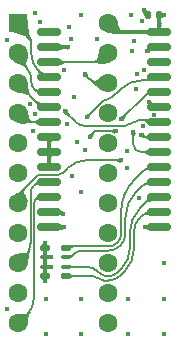
<source format=gbr>
%TF.GenerationSoftware,KiCad,Pcbnew,9.0.2*%
%TF.CreationDate,2025-08-20T02:55:48+06:00*%
%TF.ProjectId,hp3478a-fram-6l,68703334-3738-4612-9d66-72616d2d366c,rev?*%
%TF.SameCoordinates,Original*%
%TF.FileFunction,Copper,L1,Top*%
%TF.FilePolarity,Positive*%
%FSLAX46Y46*%
G04 Gerber Fmt 4.6, Leading zero omitted, Abs format (unit mm)*
G04 Created by KiCad (PCBNEW 9.0.2) date 2025-08-20 02:55:48*
%MOMM*%
%LPD*%
G01*
G04 APERTURE LIST*
G04 Aperture macros list*
%AMRoundRect*
0 Rectangle with rounded corners*
0 $1 Rounding radius*
0 $2 $3 $4 $5 $6 $7 $8 $9 X,Y pos of 4 corners*
0 Add a 4 corners polygon primitive as box body*
4,1,4,$2,$3,$4,$5,$6,$7,$8,$9,$2,$3,0*
0 Add four circle primitives for the rounded corners*
1,1,$1+$1,$2,$3*
1,1,$1+$1,$4,$5*
1,1,$1+$1,$6,$7*
1,1,$1+$1,$8,$9*
0 Add four rect primitives between the rounded corners*
20,1,$1+$1,$2,$3,$4,$5,0*
20,1,$1+$1,$4,$5,$6,$7,0*
20,1,$1+$1,$6,$7,$8,$9,0*
20,1,$1+$1,$8,$9,$2,$3,0*%
G04 Aperture macros list end*
%TA.AperFunction,SMDPad,CuDef*%
%ADD10RoundRect,0.140000X0.140000X0.170000X-0.140000X0.170000X-0.140000X-0.170000X0.140000X-0.170000X0*%
%TD*%
%TA.AperFunction,SMDPad,CuDef*%
%ADD11RoundRect,0.150000X-0.875000X-0.150000X0.875000X-0.150000X0.875000X0.150000X-0.875000X0.150000X0*%
%TD*%
%TA.AperFunction,ComponentPad*%
%ADD12RoundRect,0.250000X-0.550000X-0.550000X0.550000X-0.550000X0.550000X0.550000X-0.550000X0.550000X0*%
%TD*%
%TA.AperFunction,ComponentPad*%
%ADD13C,1.600000*%
%TD*%
%TA.AperFunction,SMDPad,CuDef*%
%ADD14RoundRect,0.125000X0.275000X0.125000X-0.275000X0.125000X-0.275000X-0.125000X0.275000X-0.125000X0*%
%TD*%
%TA.AperFunction,SMDPad,CuDef*%
%ADD15RoundRect,0.100000X0.300000X0.100000X-0.300000X0.100000X-0.300000X-0.100000X0.300000X-0.100000X0*%
%TD*%
%TA.AperFunction,ViaPad*%
%ADD16C,0.450000*%
%TD*%
%TA.AperFunction,Conductor*%
%ADD17C,0.300000*%
%TD*%
%TA.AperFunction,Conductor*%
%ADD18C,0.200000*%
%TD*%
%TA.AperFunction,Conductor*%
%ADD19C,0.160000*%
%TD*%
G04 APERTURE END LIST*
D10*
%TO.P,C1,1*%
%TO.N,+5V*%
X144580000Y-56000000D03*
%TO.P,C1,2*%
%TO.N,GND*%
X143620000Y-56000000D03*
%TD*%
D11*
%TO.P,U7,1*%
%TO.N,N/C*%
X135300000Y-57430000D03*
%TO.P,U7,2,A12*%
%TO.N,GND*%
X135300000Y-58700000D03*
%TO.P,U7,3,A7*%
%TO.N,/A4*%
X135300000Y-59970000D03*
%TO.P,U7,4,A6*%
%TO.N,/A3*%
X135300000Y-61240000D03*
%TO.P,U7,5,A5*%
%TO.N,/A2*%
X135300000Y-62510000D03*
%TO.P,U7,6,A4*%
%TO.N,/A1*%
X135300000Y-63780000D03*
%TO.P,U7,7,A3*%
%TO.N,/A0*%
X135300000Y-65050000D03*
%TO.P,U7,8,A2*%
%TO.N,GND*%
X135300000Y-66320000D03*
%TO.P,U7,9,A1*%
X135300000Y-67590000D03*
%TO.P,U7,10,A0*%
X135300000Y-68860000D03*
%TO.P,U7,11,DQ0*%
%TO.N,/D0*%
X135300000Y-70130000D03*
%TO.P,U7,12,DQ1*%
%TO.N,/D1*%
X135300000Y-71400000D03*
%TO.P,U7,13,DQ2*%
%TO.N,/D2*%
X135300000Y-72670000D03*
%TO.P,U7,14,VSS*%
%TO.N,GND*%
X135300000Y-73940000D03*
%TO.P,U7,15,DQ3*%
%TO.N,/D3*%
X144600000Y-73940000D03*
%TO.P,U7,16,DQ4*%
%TO.N,Net-(RN1-R1.1)*%
X144600000Y-72670000D03*
%TO.P,U7,17,DQ5*%
%TO.N,Net-(RN1-R2.1)*%
X144600000Y-71400000D03*
%TO.P,U7,18,DQ6*%
%TO.N,Net-(RN1-R3.1)*%
X144600000Y-70130000D03*
%TO.P,U7,19,DQ7*%
%TO.N,Net-(RN1-R4.1)*%
X144600000Y-68860000D03*
%TO.P,U7,20,~{CE}*%
%TO.N,/~{CE}*%
X144600000Y-67590000D03*
%TO.P,U7,21,A10*%
%TO.N,/A7*%
X144600000Y-66320000D03*
%TO.P,U7,22,~{OE}*%
%TO.N,/~{OE}*%
X144600000Y-65050000D03*
%TO.P,U7,23,A11*%
%TO.N,GND*%
X144600000Y-63780000D03*
%TO.P,U7,24,A9*%
%TO.N,/A6*%
X144600000Y-62510000D03*
%TO.P,U7,25,A8*%
%TO.N,/A5*%
X144600000Y-61240000D03*
%TO.P,U7,26*%
%TO.N,N/C*%
X144600000Y-59970000D03*
%TO.P,U7,27,~{WE}*%
%TO.N,/~{WE}*%
X144600000Y-58700000D03*
%TO.P,U7,28,VDD*%
%TO.N,+5V*%
X144600000Y-57430000D03*
%TD*%
D12*
%TO.P,J1,1,Pin_1*%
%TO.N,/A3*%
X132680000Y-56700000D03*
D13*
%TO.P,J1,2,Pin_2*%
%TO.N,/A2*%
X132680000Y-59240000D03*
%TO.P,J1,3,Pin_3*%
%TO.N,/A1*%
X132680000Y-61780000D03*
%TO.P,J1,4,Pin_4*%
%TO.N,/A0*%
X132680000Y-64320000D03*
%TO.P,J1,5,Pin_5*%
%TO.N,/A5*%
X132680000Y-66860000D03*
%TO.P,J1,6,Pin_6*%
%TO.N,/A6*%
X132680000Y-69400000D03*
%TO.P,J1,7,Pin_7*%
%TO.N,/A7*%
X132680000Y-71940000D03*
%TO.P,J1,8,Pin_8*%
%TO.N,GND*%
X132680000Y-74480000D03*
%TO.P,J1,9,Pin_9*%
%TO.N,/D0*%
X132680000Y-77020000D03*
%TO.P,J1,10,Pin_10*%
X132680000Y-79560000D03*
%TO.P,J1,11,Pin_11*%
%TO.N,/D1*%
X132680000Y-82100000D03*
%TO.P,J1,12,Pin_12*%
X140300000Y-82100000D03*
%TO.P,J1,13,Pin_13*%
%TO.N,/D2*%
X140300000Y-79560000D03*
%TO.P,J1,14,Pin_14*%
X140300000Y-77020000D03*
%TO.P,J1,15,Pin_15*%
%TO.N,/D3*%
X140300000Y-74480000D03*
%TO.P,J1,16,Pin_16*%
X140300000Y-71940000D03*
%TO.P,J1,17,Pin_17*%
%TO.N,/CE_{2}*%
X140300000Y-69400000D03*
%TO.P,J1,18,Pin_18*%
%TO.N,/OD*%
X140300000Y-66860000D03*
%TO.P,J1,19,Pin_19*%
%TO.N,/~{CE_{1}}*%
X140300000Y-64320000D03*
%TO.P,J1,20,Pin_20*%
%TO.N,/R{slash}W*%
X140300000Y-61780000D03*
%TO.P,J1,21,Pin_21*%
%TO.N,/A4*%
X140300000Y-59240000D03*
%TO.P,J1,22,Pin_22*%
%TO.N,+5V*%
X140300000Y-56700000D03*
%TD*%
D14*
%TO.P,RN1,1,R1.1*%
%TO.N,Net-(RN1-R1.1)*%
X136700000Y-78100000D03*
D15*
%TO.P,RN1,2,R2.1*%
%TO.N,Net-(RN1-R2.1)*%
X136700000Y-77300000D03*
%TO.P,RN1,3,R3.1*%
%TO.N,Net-(RN1-R3.1)*%
X136700000Y-76500000D03*
D14*
%TO.P,RN1,4,R4.1*%
%TO.N,Net-(RN1-R4.1)*%
X136700000Y-75700000D03*
%TO.P,RN1,5,R4.2*%
%TO.N,GND*%
X134900000Y-75700000D03*
D15*
%TO.P,RN1,6,R3.2*%
X134900000Y-76500000D03*
%TO.P,RN1,7,R2.2*%
X134900000Y-77300000D03*
D14*
%TO.P,RN1,8,R1.2*%
X134900000Y-78100000D03*
%TD*%
D16*
%TO.N,+5V*%
X138700000Y-66300000D03*
X140900000Y-65827626D03*
%TO.N,GND*%
X137400000Y-62900000D03*
%TO.N,+5V*%
X138300000Y-67400000D03*
X137200000Y-69600000D03*
%TO.N,GND*%
X131700000Y-80900000D03*
X134100000Y-55800000D03*
X145000000Y-80000000D03*
X135000000Y-83000000D03*
X135400000Y-77300000D03*
X138000000Y-56000000D03*
X142662500Y-62250000D03*
X143300000Y-55600000D03*
X145000000Y-77000000D03*
X143100978Y-56462993D03*
X138000000Y-80000000D03*
X135400000Y-76500000D03*
X143740000Y-63350000D03*
X143306798Y-60609149D03*
X136800000Y-65200000D03*
X142000000Y-83000000D03*
X134900000Y-78500000D03*
X135300000Y-67590000D03*
X135300000Y-68860000D03*
X136900000Y-58700000D03*
X142200000Y-56000000D03*
X145000000Y-83000000D03*
X138000000Y-83000000D03*
X134074167Y-64324025D03*
X135000000Y-80000000D03*
X137150000Y-58050000D03*
X136500000Y-73940000D03*
X138000000Y-71000000D03*
X137600000Y-66700000D03*
X143245873Y-65421304D03*
X142900000Y-71500000D03*
X134900000Y-75300000D03*
X136500000Y-60600000D03*
X131700000Y-58100000D03*
X142000000Y-80000000D03*
%TO.N,+5V*%
X134500000Y-56600000D03*
X144600000Y-56800000D03*
X144200000Y-64425000D03*
X133900000Y-65800000D03*
X145000000Y-56010000D03*
X142462500Y-58150000D03*
X141900000Y-68900000D03*
X133700000Y-63500000D03*
%TO.N,/D2*%
X136492614Y-72807386D03*
%TO.N,/D3*%
X143400000Y-73940000D03*
%TO.N,/A7*%
X141400000Y-68300000D03*
X143100000Y-66100000D03*
%TO.N,/A6*%
X141400000Y-64800000D03*
%TO.N,/A5*%
X138450000Y-64650000D03*
%TO.N,/OD*%
X139350000Y-58050000D03*
%TO.N,/R{slash}W*%
X137000000Y-57000000D03*
X138300000Y-61000000D03*
%TO.N,Net-(U1-Y)*%
X141900000Y-67500000D03*
X142287500Y-59037500D03*
%TO.N,/~{CE}*%
X142400000Y-65900000D03*
%TO.N,/~{OE}*%
X136653855Y-64151866D03*
%TO.N,/~{WE}*%
X143555000Y-59045000D03*
X142700000Y-61000000D03*
%TD*%
D17*
%TO.N,GND*%
X136500000Y-73940000D02*
X135300000Y-73940000D01*
D18*
%TO.N,+5V*%
X140900000Y-65827626D02*
X140872374Y-65800000D01*
X140872374Y-65800000D02*
X139200000Y-65800000D01*
X139200000Y-65800000D02*
X138700000Y-66300000D01*
D19*
%TO.N,/A7*%
X140050000Y-68300000D02*
X139150000Y-68300000D01*
X140837500Y-68300000D02*
X140612500Y-68300000D01*
X140612500Y-68300000D02*
X140387500Y-68300000D01*
X141287500Y-68300000D02*
X141062500Y-68300000D01*
%TO.N,/D2*%
X136423921Y-72738693D02*
G75*
G03*
X136258081Y-72670004I-165821J-165807D01*
G01*
D17*
%TO.N,GND*%
X143620000Y-56000000D02*
X143620000Y-55920000D01*
X143620000Y-55920000D02*
X143300000Y-55600000D01*
%TO.N,+5V*%
X144600000Y-56800000D02*
X144600000Y-56020000D01*
X144600000Y-56020000D02*
X144610000Y-56010000D01*
X144610000Y-56010000D02*
X145000000Y-56010000D01*
X144600000Y-57430000D02*
X144600000Y-56800000D01*
X145000000Y-56010000D02*
X144590000Y-56010000D01*
X144590000Y-56010000D02*
X144580000Y-56000000D01*
D19*
%TO.N,/D3*%
X143400000Y-73940000D02*
X144600000Y-73940000D01*
D17*
%TO.N,GND*%
X134900000Y-75300000D02*
X134900000Y-78500000D01*
D19*
%TO.N,/D2*%
X136258081Y-72670000D02*
X135300000Y-72670000D01*
X136423921Y-72738693D02*
X136492614Y-72807386D01*
D17*
%TO.N,GND*%
X144080000Y-63780000D02*
X144600000Y-63780000D01*
X143740000Y-63350000D02*
X143740000Y-63440000D01*
X143740000Y-63440000D02*
X144080000Y-63780000D01*
X135300000Y-67590000D02*
X135300000Y-68860000D01*
X135300000Y-67700000D02*
X135300000Y-66320000D01*
X135300000Y-58700000D02*
X136900000Y-58700000D01*
%TO.N,+5V*%
X141030000Y-57430000D02*
X140300000Y-56700000D01*
X144600000Y-57430000D02*
X141030000Y-57430000D01*
D19*
%TO.N,/A3*%
X135101516Y-61240000D02*
X135300000Y-61240000D01*
X133230500Y-57250500D02*
X132680000Y-56700000D01*
X133781000Y-58579524D02*
X133781000Y-59324571D01*
X134762682Y-61099650D02*
X134342016Y-60678984D01*
X133781000Y-58579524D02*
G75*
G03*
X133230507Y-57250493I-1879500J24D01*
G01*
X134762682Y-61099650D02*
G75*
G03*
X135101516Y-61239984I338818J338850D01*
G01*
X133781000Y-59324571D02*
G75*
G03*
X134342008Y-60678992I1915400J-29D01*
G01*
D18*
%TO.N,/A4*%
X139935000Y-59605000D02*
X140300000Y-59240000D01*
X139053812Y-59970000D02*
X135300000Y-59970000D01*
X139935000Y-59605000D02*
G75*
G02*
X139053812Y-59970005I-881200J881200D01*
G01*
D19*
%TO.N,/D1*%
X133351000Y-81429000D02*
X132680000Y-82100000D01*
X134022000Y-71831899D02*
X134022000Y-79809062D01*
X134453899Y-71400000D02*
X135300000Y-71400000D01*
X134148500Y-71526500D02*
G75*
G02*
X134453899Y-71399999I305400J-305400D01*
G01*
X133351000Y-81429000D02*
G75*
G03*
X134021985Y-79809062I-1619900J1619900D01*
G01*
X134022000Y-71831899D02*
G75*
G02*
X134148501Y-71526501I431900J-1D01*
G01*
%TO.N,/A1*%
X134990000Y-63780000D02*
X135300000Y-63780000D01*
X134460796Y-63560796D02*
X132680000Y-61780000D01*
X134460796Y-63560796D02*
G75*
G03*
X134990000Y-63780002I529204J529196D01*
G01*
%TO.N,/A7*%
X140837500Y-68300000D02*
X141062500Y-68300000D01*
X134251730Y-69610297D02*
X132947983Y-70914044D01*
X139150000Y-68300000D02*
X138348528Y-68300000D01*
X132680000Y-71561014D02*
X132680000Y-71940000D01*
X143100000Y-66100000D02*
X143210000Y-66210000D01*
X141400000Y-68300000D02*
X141287500Y-68300000D01*
X136482988Y-69317012D02*
X136900000Y-68900000D01*
X143475563Y-66320000D02*
X144600000Y-66320000D01*
X134518011Y-69500000D02*
X136041215Y-69500000D01*
X140050000Y-68300000D02*
X140387500Y-68300000D01*
X143475563Y-66320000D02*
G75*
G02*
X143210011Y-66209989I37J375600D01*
G01*
X132680000Y-71561014D02*
G75*
G02*
X132947988Y-70914049I914900J14D01*
G01*
X134518011Y-69500000D02*
G75*
G03*
X134251720Y-69610287I-11J-376600D01*
G01*
X138348528Y-68300000D02*
G75*
G03*
X136899992Y-68899992I-28J-2048500D01*
G01*
X136482988Y-69317012D02*
G75*
G02*
X136041215Y-69500000I-441788J441812D01*
G01*
%TO.N,/A2*%
X132680000Y-59510000D02*
X132680000Y-59240000D01*
X133379717Y-60479717D02*
X132870918Y-59970918D01*
X133781000Y-61666687D02*
X133781000Y-61448499D01*
X134624312Y-62510000D02*
X135300000Y-62510000D01*
X134624312Y-62510000D02*
G75*
G02*
X134027996Y-62263003I-12J843300D01*
G01*
X132870918Y-59970918D02*
G75*
G02*
X132679989Y-59510000I460882J460918D01*
G01*
X133781000Y-61666687D02*
G75*
G03*
X134027996Y-62263003I843300J-13D01*
G01*
X133379717Y-60479717D02*
G75*
G02*
X133780990Y-61448499I-968817J-968783D01*
G01*
%TO.N,/A6*%
X144145000Y-62510000D02*
X144600000Y-62510000D01*
X141400000Y-64800000D02*
X143368266Y-62831733D01*
X144145000Y-62510000D02*
G75*
G03*
X143368260Y-62831727I0J-1098500D01*
G01*
%TO.N,/A5*%
X144470000Y-61370000D02*
X144600000Y-61240000D01*
X144156152Y-61500000D02*
X143197709Y-61500000D01*
X141266339Y-62300000D02*
X140631214Y-62935124D01*
X138450000Y-64650000D02*
X139835124Y-63264875D01*
X141266339Y-62300000D02*
G75*
G02*
X143197709Y-61500016I1931361J-1931400D01*
G01*
X140233169Y-63100000D02*
G75*
G03*
X140631225Y-62935135I31J562900D01*
G01*
X144470000Y-61370000D02*
G75*
G02*
X144156152Y-61499951I-313800J313900D01*
G01*
X140233169Y-63100000D02*
G75*
G03*
X139835144Y-63264895I31J-562900D01*
G01*
%TO.N,/D0*%
X134673809Y-70130000D02*
X135300000Y-70130000D01*
X133195500Y-76504500D02*
X132680000Y-77020000D01*
X133711000Y-75259972D02*
X133711000Y-71092809D01*
X133993000Y-70412000D02*
G75*
G03*
X133711003Y-71092809I680800J-680800D01*
G01*
X133195500Y-76504500D02*
G75*
G03*
X133710989Y-75259972I-1244500J1244500D01*
G01*
X133993000Y-70412000D02*
G75*
G02*
X134673809Y-70130003I680800J-680800D01*
G01*
%TO.N,/A0*%
X133926187Y-65050000D02*
X135300000Y-65050000D01*
X133045000Y-64685000D02*
X132680000Y-64320000D01*
X133045000Y-64685000D02*
G75*
G03*
X133926187Y-65050005I881200J881200D01*
G01*
%TO.N,/R{slash}W*%
X138690000Y-61390000D02*
X138300000Y-61000000D01*
X139631543Y-61780000D02*
X140300000Y-61780000D01*
X138690000Y-61390000D02*
G75*
G03*
X139631543Y-61779982I941500J941500D01*
G01*
%TO.N,Net-(RN1-R1.1)*%
X139033495Y-78100000D02*
X136700000Y-78100000D01*
X144010000Y-72670000D02*
X144600000Y-72670000D01*
X142464000Y-75787470D02*
X142464000Y-74301994D01*
X143002806Y-73087193D02*
X142941999Y-73147999D01*
X141337762Y-78021533D02*
X141680648Y-77678648D01*
X139907440Y-78462000D02*
X140274382Y-78462000D01*
X141337762Y-78021533D02*
G75*
G02*
X140274382Y-78462000I-1063362J1063333D01*
G01*
X143002806Y-73087193D02*
G75*
G02*
X144010000Y-72670003I1007194J-1007207D01*
G01*
X139907440Y-78462000D02*
G75*
G02*
X139470442Y-78281026I-40J618000D01*
G01*
X142464000Y-75787470D02*
G75*
G02*
X141680657Y-77678657I-2674500J-30D01*
G01*
X142941999Y-73147999D02*
G75*
G03*
X142463996Y-74301994I1154001J-1154001D01*
G01*
X139033495Y-78100000D02*
G75*
G02*
X139470476Y-78280992I5J-618000D01*
G01*
%TO.N,Net-(RN1-R3.1)*%
X136899999Y-76500000D02*
X136700000Y-76500000D01*
X138062807Y-75936000D02*
X140276100Y-75936000D01*
X137381999Y-76218000D02*
X137241420Y-76358578D01*
X142606000Y-70994000D02*
X143070484Y-70529515D01*
X141742000Y-73079880D02*
X141742000Y-74470101D01*
X144035000Y-70130000D02*
X144600000Y-70130000D01*
X137241420Y-76358578D02*
G75*
G02*
X136899999Y-76499982I-341420J341478D01*
G01*
X138062807Y-75936000D02*
G75*
G03*
X137381997Y-76217998I-7J-962800D01*
G01*
X141742000Y-73079880D02*
G75*
G02*
X142606006Y-70994006I2949900J-20D01*
G01*
X141312648Y-75506648D02*
G75*
G03*
X141742000Y-74470101I-1036548J1036548D01*
G01*
X141312648Y-75506648D02*
G75*
G02*
X140276100Y-75936000I-1036548J1036548D01*
G01*
X143070484Y-70529515D02*
G75*
G02*
X144035000Y-70129990I964516J-964485D01*
G01*
%TO.N,Net-(RN1-R2.1)*%
X142103000Y-75787469D02*
X142103000Y-74467670D01*
X139466268Y-77766268D02*
X139400500Y-77700500D01*
X143652512Y-71647487D02*
X143001499Y-72298499D01*
X141425382Y-77423382D02*
X141082496Y-77766268D01*
X138433607Y-77300000D02*
X136700000Y-77300000D01*
X144250000Y-71400000D02*
X144600000Y-71400000D01*
X140274382Y-78101000D02*
G75*
G03*
X141082516Y-77766288I18J1142900D01*
G01*
X143001499Y-72298499D02*
G75*
G03*
X142102987Y-74467670I2169201J-2169201D01*
G01*
X138433607Y-77300000D02*
G75*
G02*
X139400498Y-77700502I-7J-1367400D01*
G01*
X142103000Y-75787469D02*
G75*
G02*
X141425392Y-77423392I-2313500J-31D01*
G01*
X143652512Y-71647487D02*
G75*
G02*
X144250000Y-71400007I597488J-597513D01*
G01*
X140274382Y-78101000D02*
G75*
G02*
X139466266Y-77766270I18J1142900D01*
G01*
%TO.N,Net-(RN1-R4.1)*%
X141381000Y-72605393D02*
X141381000Y-74470100D01*
X144087500Y-68860000D02*
X144600000Y-68860000D01*
X136913388Y-75575000D02*
X140276100Y-75575000D01*
X136762500Y-75637500D02*
X136700000Y-75700000D01*
X142478000Y-69957000D02*
X143212608Y-69222391D01*
X141057382Y-75251382D02*
G75*
G02*
X140276100Y-75575000I-781282J781282D01*
G01*
X136913388Y-75575000D02*
G75*
G03*
X136762503Y-75637503I12J-213400D01*
G01*
X144087500Y-68860000D02*
G75*
G03*
X143212605Y-69222388I0J-1237300D01*
G01*
X141057382Y-75251382D02*
G75*
G03*
X141381000Y-74470100I-781282J781282D01*
G01*
X141381000Y-72605393D02*
G75*
G02*
X142478002Y-69957002I3745400J-7D01*
G01*
%TO.N,/~{CE}*%
X143065771Y-67590000D02*
X144600000Y-67590000D01*
X142400000Y-65900000D02*
X142400000Y-66924228D01*
X143065771Y-67590000D02*
G75*
G02*
X142595008Y-67394992I29J665800D01*
G01*
X142595000Y-67395000D02*
G75*
G02*
X142399988Y-66924228I470800J470800D01*
G01*
%TO.N,/~{OE}*%
X138307241Y-65371000D02*
X141701952Y-65371000D01*
X137562531Y-65062531D02*
X136654558Y-64154558D01*
X144525000Y-64975000D02*
X144600000Y-65050000D01*
X142839047Y-64900000D02*
X144343933Y-64900000D01*
X136653855Y-64151866D02*
X136653855Y-64152860D01*
X137562531Y-65062531D02*
G75*
G03*
X138307241Y-65370965I744669J744731D01*
G01*
X144525000Y-64975000D02*
G75*
G03*
X144343933Y-64899986I-181100J-181100D01*
G01*
X142270500Y-65135500D02*
G75*
G02*
X142839047Y-64900020I568500J-568500D01*
G01*
X142270500Y-65135500D02*
G75*
G02*
X141701952Y-65371022I-568600J568600D01*
G01*
X136653855Y-64152860D02*
G75*
G03*
X136654550Y-64154566I2345J-40D01*
G01*
%TO.N,/~{WE}*%
X144143951Y-58700000D02*
X144600000Y-58700000D01*
X143555000Y-59045000D02*
X143727500Y-58872500D01*
X144143951Y-58700000D02*
G75*
G03*
X143727485Y-58872485I-51J-588900D01*
G01*
%TD*%
%TA.AperFunction,Conductor*%
%TO.N,GND*%
G36*
X136231461Y-73655295D02*
G01*
X136236658Y-73660816D01*
X136253194Y-73697335D01*
X136280885Y-73731809D01*
X136349808Y-73772976D01*
X136424852Y-73788013D01*
X136488651Y-73789923D01*
X136496817Y-73793596D01*
X136500000Y-73801618D01*
X136500000Y-74078375D01*
X136496573Y-74086648D01*
X136488626Y-74090070D01*
X136427387Y-74091774D01*
X136339437Y-74110925D01*
X136275047Y-74154074D01*
X136275040Y-74154081D01*
X136250841Y-74186600D01*
X136250840Y-74186602D01*
X136236599Y-74219026D01*
X136230135Y-74225223D01*
X136222431Y-74225499D01*
X135335153Y-73951177D01*
X135328262Y-73945460D01*
X135327432Y-73936544D01*
X135333150Y-73929652D01*
X135335152Y-73928822D01*
X136222547Y-73654465D01*
X136231461Y-73655295D01*
G37*
%TD.AperFunction*%
%TD*%
%TA.AperFunction,Conductor*%
%TO.N,GND*%
G36*
X136453131Y-73723581D02*
G01*
X136458430Y-73730799D01*
X136458532Y-73731255D01*
X136500525Y-73937668D01*
X136500525Y-73942332D01*
X136458532Y-74148744D01*
X136453525Y-74156168D01*
X136444735Y-74157877D01*
X136444279Y-74157775D01*
X136302339Y-74122952D01*
X136302084Y-74122886D01*
X136246061Y-74107797D01*
X136246032Y-74107791D01*
X136168224Y-74094726D01*
X136168205Y-74094724D01*
X136065538Y-74090465D01*
X136057414Y-74086698D01*
X136054323Y-74078775D01*
X136054323Y-73801007D01*
X136057750Y-73792734D01*
X136065308Y-73789329D01*
X136152476Y-73784013D01*
X136201526Y-73781022D01*
X136201528Y-73781021D01*
X136201535Y-73781021D01*
X136302226Y-73757075D01*
X136444279Y-73722224D01*
X136453131Y-73723581D01*
G37*
%TD.AperFunction*%
%TD*%
%TA.AperFunction,Conductor*%
%TO.N,+5V*%
G36*
X140852829Y-65611457D02*
G01*
X140858409Y-65618460D01*
X140858630Y-65619362D01*
X140900525Y-65825294D01*
X140900525Y-65829958D01*
X140858716Y-66035468D01*
X140853709Y-66042892D01*
X140844919Y-66044601D01*
X140843645Y-66044266D01*
X140744687Y-66012206D01*
X140742244Y-66011091D01*
X140669700Y-65967271D01*
X140669683Y-65967261D01*
X140669661Y-65967249D01*
X140577969Y-65917319D01*
X140558690Y-65912757D01*
X140524494Y-65904665D01*
X140524491Y-65904664D01*
X140524489Y-65904664D01*
X140465247Y-65900726D01*
X140457219Y-65896758D01*
X140454323Y-65889052D01*
X140454323Y-65710714D01*
X140457750Y-65702441D01*
X140464994Y-65699059D01*
X140592259Y-65687847D01*
X140683961Y-65658143D01*
X140700589Y-65651720D01*
X140701536Y-65651402D01*
X140843931Y-65610450D01*
X140852829Y-65611457D01*
G37*
%TD.AperFunction*%
%TD*%
%TA.AperFunction,Conductor*%
%TO.N,+5V*%
G36*
X138952227Y-65921946D02*
G01*
X139078039Y-66047758D01*
X139081466Y-66056031D01*
X139078500Y-66063815D01*
X139058269Y-66086509D01*
X139035008Y-66112604D01*
X139002894Y-66161440D01*
X139002891Y-66161446D01*
X138968567Y-66249725D01*
X138968563Y-66249736D01*
X138951982Y-66300046D01*
X138951247Y-66301788D01*
X138893081Y-66413479D01*
X138886220Y-66419234D01*
X138877300Y-66418452D01*
X138876246Y-66417831D01*
X138701277Y-66302020D01*
X138697979Y-66298722D01*
X138581994Y-66123491D01*
X138580286Y-66114703D01*
X138585293Y-66107279D01*
X138586087Y-66106797D01*
X138672978Y-66058839D01*
X138674729Y-66058053D01*
X138750281Y-66031430D01*
X138835723Y-65998624D01*
X138885784Y-65966230D01*
X138936185Y-65921470D01*
X138944646Y-65918540D01*
X138952227Y-65921946D01*
G37*
%TD.AperFunction*%
%TD*%
%TA.AperFunction,Conductor*%
%TO.N,/A7*%
G36*
X141352996Y-68083688D02*
G01*
X141358422Y-68090812D01*
X141358575Y-68091467D01*
X141400525Y-68297667D01*
X141400525Y-68302332D01*
X141358693Y-68507954D01*
X141353686Y-68515378D01*
X141344896Y-68517087D01*
X141343720Y-68516784D01*
X141245626Y-68485954D01*
X141243349Y-68484962D01*
X141170783Y-68443686D01*
X141081007Y-68397267D01*
X141081006Y-68397266D01*
X141081005Y-68397266D01*
X141026384Y-68384658D01*
X141026387Y-68384658D01*
X140965268Y-68380707D01*
X140957233Y-68376753D01*
X140954323Y-68369031D01*
X140954323Y-68230924D01*
X140957750Y-68222651D01*
X140965220Y-68219251D01*
X141029991Y-68214804D01*
X141086524Y-68200838D01*
X141170785Y-68156313D01*
X141232027Y-68120447D01*
X141233418Y-68119754D01*
X141285299Y-68098137D01*
X141286789Y-68097632D01*
X141344122Y-68082488D01*
X141352996Y-68083688D01*
G37*
%TD.AperFunction*%
%TD*%
%TA.AperFunction,Conductor*%
%TO.N,/D2*%
G36*
X136315623Y-72489111D02*
G01*
X136320405Y-72496329D01*
X136325469Y-72520543D01*
X136325470Y-72520548D01*
X136343536Y-72556615D01*
X136343543Y-72556625D01*
X136401894Y-72627686D01*
X136401897Y-72627689D01*
X136538876Y-72742989D01*
X136538815Y-72743061D01*
X136543057Y-72750648D01*
X136540620Y-72759265D01*
X136539710Y-72760288D01*
X136441830Y-72858168D01*
X136433557Y-72861595D01*
X136428626Y-72860505D01*
X136397540Y-72846054D01*
X136397539Y-72846054D01*
X136333815Y-72846459D01*
X136333814Y-72846460D01*
X136304887Y-72863954D01*
X136276573Y-72881077D01*
X136252228Y-72913726D01*
X136252226Y-72913729D01*
X136236615Y-72949051D01*
X136230136Y-72955233D01*
X136222449Y-72955496D01*
X135345017Y-72683468D01*
X135338130Y-72677745D01*
X135337307Y-72668828D01*
X135343030Y-72661941D01*
X135346395Y-72660781D01*
X136306873Y-72487210D01*
X136315623Y-72489111D01*
G37*
%TD.AperFunction*%
%TD*%
%TA.AperFunction,Conductor*%
%TO.N,/D2*%
G36*
X136446419Y-72590521D02*
G01*
X136450934Y-72597601D01*
X136492636Y-72802583D01*
X136490927Y-72811373D01*
X136490875Y-72811451D01*
X136375290Y-72983065D01*
X136367826Y-72988013D01*
X136359050Y-72986233D01*
X136357583Y-72985064D01*
X136295409Y-72926768D01*
X136293415Y-72924312D01*
X136252422Y-72856904D01*
X136252291Y-72856683D01*
X136226486Y-72812066D01*
X136226485Y-72812065D01*
X136226484Y-72812063D01*
X136179205Y-72768160D01*
X136179203Y-72768159D01*
X136179204Y-72768159D01*
X136140760Y-72754770D01*
X136140755Y-72754769D01*
X136099077Y-72750969D01*
X136091150Y-72746805D01*
X136088440Y-72739317D01*
X136088440Y-72602370D01*
X136091867Y-72594097D01*
X136100140Y-72590670D01*
X136100769Y-72590687D01*
X136233738Y-72598100D01*
X136234040Y-72598122D01*
X136281611Y-72602348D01*
X136350552Y-72601486D01*
X136437728Y-72588363D01*
X136446419Y-72590521D01*
G37*
%TD.AperFunction*%
%TD*%
%TA.AperFunction,Conductor*%
%TO.N,GND*%
G36*
X143414089Y-55502456D02*
G01*
X143414331Y-55502705D01*
X143438920Y-55528798D01*
X143457695Y-55549115D01*
X143548006Y-55632039D01*
X143636289Y-55678309D01*
X143636291Y-55678310D01*
X143716219Y-55688210D01*
X143724008Y-55692628D01*
X143726392Y-55701259D01*
X143725811Y-55703724D01*
X143622584Y-55995400D01*
X143616593Y-56002056D01*
X143615388Y-56002551D01*
X143357406Y-56092037D01*
X143348467Y-56091511D01*
X143342518Y-56084817D01*
X143341924Y-56079881D01*
X143346968Y-56026796D01*
X143342304Y-55964024D01*
X143318807Y-55881149D01*
X143281647Y-55811013D01*
X143281643Y-55811008D01*
X143281642Y-55811006D01*
X143239594Y-55760698D01*
X143200794Y-55714274D01*
X143198119Y-55705731D01*
X143201498Y-55698501D01*
X143397544Y-55502455D01*
X143405816Y-55499029D01*
X143414089Y-55502456D01*
G37*
%TD.AperFunction*%
%TD*%
%TA.AperFunction,Conductor*%
%TO.N,GND*%
G36*
X143493141Y-55485015D02*
G01*
X143493391Y-55485409D01*
X143569126Y-55610387D01*
X143569260Y-55610614D01*
X143598215Y-55660915D01*
X143644016Y-55725202D01*
X143713606Y-55800816D01*
X143716687Y-55809223D01*
X143713270Y-55817011D01*
X143516858Y-56013423D01*
X143508585Y-56016850D01*
X143500831Y-56013911D01*
X143398637Y-55923466D01*
X143398634Y-55923464D01*
X143398630Y-55923460D01*
X143310497Y-55869193D01*
X143310461Y-55869171D01*
X143310461Y-55869170D01*
X143211291Y-55809075D01*
X143185408Y-55793390D01*
X143180110Y-55786173D01*
X143181467Y-55777321D01*
X143181696Y-55776959D01*
X143297981Y-55601274D01*
X143301274Y-55597981D01*
X143476928Y-55481716D01*
X143485718Y-55480008D01*
X143493141Y-55485015D01*
G37*
%TD.AperFunction*%
%TD*%
%TA.AperFunction,Conductor*%
%TO.N,+5V*%
G36*
X144587491Y-56005246D02*
G01*
X144836386Y-56212772D01*
X144840545Y-56220702D01*
X144837879Y-56229251D01*
X144834684Y-56231924D01*
X144813736Y-56243856D01*
X144813732Y-56243859D01*
X144787434Y-56274835D01*
X144757330Y-56359013D01*
X144748174Y-56456405D01*
X144749110Y-56547260D01*
X144749751Y-56578057D01*
X144746497Y-56586399D01*
X144738297Y-56589997D01*
X144738054Y-56590000D01*
X144461651Y-56590000D01*
X144453378Y-56586573D01*
X144449963Y-56578840D01*
X144443433Y-56437312D01*
X144417358Y-56330262D01*
X144373705Y-56261370D01*
X144344493Y-56243859D01*
X144324787Y-56232046D01*
X144319453Y-56224853D01*
X144320768Y-56215995D01*
X144323306Y-56213028D01*
X144572508Y-56005246D01*
X144581056Y-56002581D01*
X144587491Y-56005246D01*
G37*
%TD.AperFunction*%
%TD*%
%TA.AperFunction,Conductor*%
%TO.N,+5V*%
G36*
X144747265Y-56357750D02*
G01*
X144750670Y-56365311D01*
X144758977Y-56501527D01*
X144758978Y-56501535D01*
X144758979Y-56501536D01*
X144782890Y-56602082D01*
X144782935Y-56602268D01*
X144817775Y-56744279D01*
X144816418Y-56753131D01*
X144809200Y-56758430D01*
X144808744Y-56758532D01*
X144602332Y-56800525D01*
X144597668Y-56800525D01*
X144391255Y-56758532D01*
X144383831Y-56753525D01*
X144382122Y-56744735D01*
X144382224Y-56744279D01*
X144417075Y-56602228D01*
X144417093Y-56602156D01*
X144432204Y-56546053D01*
X144445275Y-56468210D01*
X144449535Y-56365538D01*
X144453302Y-56357414D01*
X144461225Y-56354323D01*
X144738992Y-56354323D01*
X144747265Y-56357750D01*
G37*
%TD.AperFunction*%
%TD*%
%TA.AperFunction,Conductor*%
%TO.N,+5V*%
G36*
X144858291Y-55844741D02*
G01*
X144860000Y-55850829D01*
X144860000Y-56134631D01*
X144858428Y-56138424D01*
X144854728Y-56183961D01*
X144850642Y-56191929D01*
X144842118Y-56194675D01*
X144836021Y-56192354D01*
X144594749Y-56010370D01*
X144590207Y-56002652D01*
X144592453Y-55993984D01*
X144595701Y-55991042D01*
X144842213Y-55840837D01*
X144851060Y-55839459D01*
X144858291Y-55844741D01*
G37*
%TD.AperFunction*%
%TD*%
%TA.AperFunction,Conductor*%
%TO.N,+5V*%
G36*
X144954134Y-55792968D02*
G01*
X144958212Y-55799714D01*
X144999737Y-56004512D01*
X144998022Y-56013301D01*
X144997993Y-56013346D01*
X144882370Y-56186066D01*
X144874920Y-56191034D01*
X144866138Y-56189280D01*
X144864982Y-56188396D01*
X144816451Y-56146312D01*
X144816003Y-56145904D01*
X144793799Y-56124537D01*
X144755067Y-56102966D01*
X144755066Y-56102966D01*
X144755064Y-56102965D01*
X144732104Y-56106799D01*
X144714169Y-56120069D01*
X144705480Y-56122234D01*
X144698937Y-56118936D01*
X144502918Y-55922917D01*
X144499491Y-55914644D01*
X144502918Y-55906371D01*
X144503625Y-55905719D01*
X144568053Y-55851100D01*
X144570368Y-55849571D01*
X144632606Y-55818396D01*
X144635672Y-55817362D01*
X144695306Y-55806144D01*
X144697232Y-55805947D01*
X144763085Y-55804728D01*
X144763296Y-55804727D01*
X144805209Y-55804741D01*
X144945558Y-55790400D01*
X144954134Y-55792968D01*
G37*
%TD.AperFunction*%
%TD*%
%TA.AperFunction,Conductor*%
%TO.N,+5V*%
G36*
X144747382Y-56833427D02*
G01*
X144750779Y-56840864D01*
X144760522Y-56976811D01*
X144789412Y-57062381D01*
X144789413Y-57062382D01*
X144834037Y-57111887D01*
X144863849Y-57125235D01*
X144863851Y-57125235D01*
X144863853Y-57125236D01*
X144876531Y-57126906D01*
X144884285Y-57131384D01*
X144886602Y-57140034D01*
X144883289Y-57146765D01*
X144608287Y-57422685D01*
X144600019Y-57426126D01*
X144591741Y-57422713D01*
X144591713Y-57422685D01*
X144315565Y-57145617D01*
X144312152Y-57137339D01*
X144315593Y-57129071D01*
X144321658Y-57125866D01*
X144325317Y-57125167D01*
X144349512Y-57120549D01*
X144386719Y-57094917D01*
X144413379Y-57057188D01*
X144431250Y-57011445D01*
X144447656Y-56912250D01*
X144449676Y-56841366D01*
X144453337Y-56833195D01*
X144461371Y-56830000D01*
X144739109Y-56830000D01*
X144747382Y-56833427D01*
G37*
%TD.AperFunction*%
%TD*%
%TA.AperFunction,Conductor*%
%TO.N,+5V*%
G36*
X144808744Y-56841467D02*
G01*
X144816168Y-56846474D01*
X144817877Y-56855264D01*
X144817775Y-56855720D01*
X144782953Y-56997659D01*
X144782887Y-56997914D01*
X144767798Y-57053931D01*
X144767791Y-57053966D01*
X144754726Y-57131775D01*
X144754724Y-57131794D01*
X144750465Y-57234462D01*
X144746698Y-57242586D01*
X144738775Y-57245677D01*
X144461008Y-57245677D01*
X144452735Y-57242250D01*
X144449330Y-57234689D01*
X144441022Y-57098472D01*
X144441021Y-57098469D01*
X144441021Y-57098464D01*
X144417075Y-56997773D01*
X144382224Y-56855719D01*
X144383581Y-56846868D01*
X144390799Y-56841569D01*
X144391228Y-56841472D01*
X144597670Y-56799474D01*
X144602330Y-56799474D01*
X144808744Y-56841467D01*
G37*
%TD.AperFunction*%
%TD*%
%TA.AperFunction,Conductor*%
%TO.N,+5V*%
G36*
X144858291Y-55844741D02*
G01*
X144860000Y-55850829D01*
X144860000Y-56134631D01*
X144858428Y-56138424D01*
X144854728Y-56183961D01*
X144850642Y-56191929D01*
X144842118Y-56194675D01*
X144836021Y-56192354D01*
X144594749Y-56010370D01*
X144590207Y-56002652D01*
X144592453Y-55993984D01*
X144595701Y-55991042D01*
X144842213Y-55840837D01*
X144851060Y-55839459D01*
X144858291Y-55844741D01*
G37*
%TD.AperFunction*%
%TD*%
%TA.AperFunction,Conductor*%
%TO.N,+5V*%
G36*
X144958229Y-55801149D02*
G01*
X144958955Y-55803470D01*
X145000239Y-56008388D01*
X145000236Y-56013024D01*
X144958258Y-56220055D01*
X144953255Y-56227482D01*
X144945349Y-56229341D01*
X144841919Y-56216495D01*
X144752154Y-56216118D01*
X144752061Y-56216117D01*
X144675445Y-56215188D01*
X144672531Y-56214783D01*
X144587291Y-56191716D01*
X144584144Y-56190342D01*
X144534020Y-56158997D01*
X144532472Y-56157841D01*
X144483252Y-56114307D01*
X144479325Y-56106259D01*
X144482239Y-56097792D01*
X144482714Y-56097286D01*
X144679116Y-55900884D01*
X144687388Y-55897458D01*
X144694110Y-55899582D01*
X144701079Y-55904474D01*
X144725888Y-55921889D01*
X144759672Y-55922869D01*
X144790819Y-55904474D01*
X144822602Y-55874421D01*
X144822846Y-55874198D01*
X144882596Y-55821640D01*
X144885683Y-55819687D01*
X144942853Y-55795037D01*
X144951806Y-55794908D01*
X144958229Y-55801149D01*
G37*
%TD.AperFunction*%
%TD*%
%TA.AperFunction,Conductor*%
%TO.N,/D3*%
G36*
X144142662Y-73820492D02*
G01*
X144557581Y-73928679D01*
X144564722Y-73934082D01*
X144565950Y-73942952D01*
X144560547Y-73950093D01*
X144557581Y-73951321D01*
X143630196Y-74193129D01*
X143621326Y-74191901D01*
X143616111Y-74185405D01*
X143602928Y-74144604D01*
X143602926Y-74144600D01*
X143578772Y-74105869D01*
X143539019Y-74067936D01*
X143493684Y-74041653D01*
X143493678Y-74041651D01*
X143444086Y-74025206D01*
X143444083Y-74025205D01*
X143410328Y-74021219D01*
X143402514Y-74016846D01*
X143400000Y-74009600D01*
X143400000Y-73870436D01*
X143403427Y-73862163D01*
X143410367Y-73858812D01*
X143442587Y-73855121D01*
X143526771Y-73820494D01*
X143587446Y-73762441D01*
X143615098Y-73693497D01*
X143621356Y-73687097D01*
X143628905Y-73686534D01*
X144142662Y-73820492D01*
G37*
%TD.AperFunction*%
%TD*%
%TA.AperFunction,Conductor*%
%TO.N,/D3*%
G36*
X143456277Y-73723214D02*
G01*
X143554376Y-73754045D01*
X143556648Y-73755035D01*
X143629214Y-73796313D01*
X143718993Y-73842733D01*
X143773613Y-73855341D01*
X143773612Y-73855341D01*
X143773617Y-73855342D01*
X143834733Y-73859292D01*
X143842767Y-73863246D01*
X143845677Y-73870968D01*
X143845677Y-74009075D01*
X143842250Y-74017348D01*
X143834779Y-74020748D01*
X143770011Y-74025195D01*
X143713474Y-74039162D01*
X143629201Y-74083694D01*
X143567982Y-74119545D01*
X143566570Y-74120249D01*
X143514711Y-74141858D01*
X143513199Y-74142370D01*
X143455877Y-74157511D01*
X143447003Y-74156311D01*
X143441577Y-74149187D01*
X143441424Y-74148532D01*
X143399474Y-73942329D01*
X143399474Y-73937668D01*
X143441307Y-73732043D01*
X143446313Y-73724621D01*
X143455103Y-73722912D01*
X143456277Y-73723214D01*
G37*
%TD.AperFunction*%
%TD*%
%TA.AperFunction,Conductor*%
%TO.N,GND*%
G36*
X135047265Y-78057750D02*
G01*
X135050670Y-78065311D01*
X135058977Y-78201527D01*
X135058978Y-78201535D01*
X135058979Y-78201536D01*
X135082890Y-78302082D01*
X135082935Y-78302268D01*
X135117775Y-78444279D01*
X135116418Y-78453131D01*
X135109200Y-78458430D01*
X135108744Y-78458532D01*
X134902332Y-78500525D01*
X134897668Y-78500525D01*
X134691255Y-78458532D01*
X134683831Y-78453525D01*
X134682122Y-78444735D01*
X134682224Y-78444279D01*
X134717075Y-78302228D01*
X134717093Y-78302156D01*
X134732204Y-78246053D01*
X134745275Y-78168210D01*
X134749535Y-78065538D01*
X134753302Y-78057414D01*
X134761225Y-78054323D01*
X135038992Y-78054323D01*
X135047265Y-78057750D01*
G37*
%TD.AperFunction*%
%TD*%
%TA.AperFunction,Conductor*%
%TO.N,GND*%
G36*
X135108744Y-75341467D02*
G01*
X135116168Y-75346474D01*
X135117877Y-75355264D01*
X135117775Y-75355720D01*
X135082953Y-75497659D01*
X135082887Y-75497914D01*
X135067798Y-75553931D01*
X135067791Y-75553966D01*
X135054726Y-75631775D01*
X135054724Y-75631794D01*
X135050465Y-75734462D01*
X135046698Y-75742586D01*
X135038775Y-75745677D01*
X134761008Y-75745677D01*
X134752735Y-75742250D01*
X134749330Y-75734689D01*
X134741022Y-75598472D01*
X134741021Y-75598469D01*
X134741021Y-75598464D01*
X134717075Y-75497773D01*
X134682224Y-75355719D01*
X134683581Y-75346868D01*
X134690799Y-75341569D01*
X134691228Y-75341472D01*
X134897670Y-75299474D01*
X134902330Y-75299474D01*
X135108744Y-75341467D01*
G37*
%TD.AperFunction*%
%TD*%
%TA.AperFunction,Conductor*%
%TO.N,GND*%
G36*
X143890917Y-63353427D02*
G01*
X143893188Y-63356629D01*
X143913568Y-63398999D01*
X143913568Y-63399000D01*
X143949643Y-63435269D01*
X143997934Y-63460585D01*
X144019972Y-63466489D01*
X144058152Y-63476719D01*
X144213196Y-63488536D01*
X144412443Y-63484908D01*
X144654000Y-63480286D01*
X144662336Y-63483554D01*
X144665921Y-63491760D01*
X144665627Y-63494597D01*
X144602453Y-63770292D01*
X144597265Y-63777591D01*
X144589159Y-63779225D01*
X143623896Y-63621200D01*
X143616285Y-63616482D01*
X143614240Y-63607764D01*
X143616180Y-63602976D01*
X143639497Y-63569464D01*
X143643337Y-63511379D01*
X143628611Y-63450677D01*
X143614903Y-63415063D01*
X143606840Y-63394114D01*
X143606828Y-63394084D01*
X143596059Y-63365873D01*
X143596310Y-63356921D01*
X143602817Y-63350769D01*
X143606990Y-63350000D01*
X143882644Y-63350000D01*
X143890917Y-63353427D01*
G37*
%TD.AperFunction*%
%TD*%
%TA.AperFunction,Conductor*%
%TO.N,GND*%
G36*
X143932513Y-63235431D02*
G01*
X143933108Y-63236434D01*
X143979670Y-63324786D01*
X143980561Y-63327000D01*
X144003041Y-63404987D01*
X144033078Y-63496601D01*
X144033080Y-63496605D01*
X144062675Y-63543966D01*
X144103181Y-63590052D01*
X144106069Y-63598529D01*
X144102666Y-63606049D01*
X143906972Y-63801743D01*
X143898699Y-63805170D01*
X143890426Y-63801743D01*
X143890038Y-63801337D01*
X143794043Y-63695656D01*
X143793845Y-63695431D01*
X143757870Y-63653725D01*
X143757860Y-63653714D01*
X143703034Y-63601560D01*
X143703026Y-63601554D01*
X143623998Y-63543673D01*
X143619348Y-63536020D01*
X143621154Y-63527778D01*
X143737981Y-63351274D01*
X143741274Y-63347981D01*
X143916300Y-63232132D01*
X143925090Y-63230424D01*
X143932513Y-63235431D01*
G37*
%TD.AperFunction*%
%TD*%
%TA.AperFunction,Conductor*%
%TO.N,GND*%
G36*
X135447382Y-68263427D02*
G01*
X135450779Y-68270864D01*
X135460522Y-68406811D01*
X135489412Y-68492381D01*
X135489413Y-68492382D01*
X135534037Y-68541887D01*
X135563849Y-68555235D01*
X135563851Y-68555235D01*
X135563853Y-68555236D01*
X135576531Y-68556906D01*
X135584285Y-68561384D01*
X135586602Y-68570034D01*
X135583289Y-68576765D01*
X135308287Y-68852685D01*
X135300019Y-68856126D01*
X135291741Y-68852713D01*
X135291713Y-68852685D01*
X135015565Y-68575617D01*
X135012152Y-68567339D01*
X135015593Y-68559071D01*
X135021658Y-68555866D01*
X135025317Y-68555167D01*
X135049512Y-68550549D01*
X135086719Y-68524917D01*
X135113379Y-68487188D01*
X135131250Y-68441445D01*
X135147656Y-68342250D01*
X135149676Y-68271366D01*
X135153337Y-68263195D01*
X135161371Y-68260000D01*
X135439109Y-68260000D01*
X135447382Y-68263427D01*
G37*
%TD.AperFunction*%
%TD*%
%TA.AperFunction,Conductor*%
%TO.N,GND*%
G36*
X135308258Y-67597285D02*
G01*
X135583290Y-67873234D01*
X135584434Y-67874382D01*
X135587847Y-67882660D01*
X135584406Y-67890928D01*
X135578341Y-67894133D01*
X135550492Y-67899449D01*
X135550485Y-67899452D01*
X135513282Y-67925081D01*
X135513280Y-67925082D01*
X135486621Y-67962812D01*
X135468748Y-68008559D01*
X135452344Y-68107747D01*
X135452343Y-68107752D01*
X135450324Y-68178633D01*
X135446663Y-68186805D01*
X135438629Y-68190000D01*
X135160891Y-68190000D01*
X135152618Y-68186573D01*
X135149221Y-68179136D01*
X135144104Y-68107750D01*
X135139477Y-68043187D01*
X135110587Y-67957618D01*
X135065963Y-67908113D01*
X135065961Y-67908112D01*
X135065962Y-67908112D01*
X135036150Y-67894764D01*
X135023468Y-67893093D01*
X135015714Y-67888614D01*
X135013397Y-67879964D01*
X135016710Y-67873234D01*
X135291714Y-67597313D01*
X135299981Y-67593873D01*
X135308258Y-67597285D01*
G37*
%TD.AperFunction*%
%TD*%
%TA.AperFunction,Conductor*%
%TO.N,GND*%
G36*
X135447265Y-68417750D02*
G01*
X135450670Y-68425311D01*
X135458977Y-68561527D01*
X135458978Y-68561535D01*
X135458979Y-68561536D01*
X135482890Y-68662082D01*
X135482935Y-68662268D01*
X135517775Y-68804279D01*
X135516418Y-68813131D01*
X135509200Y-68818430D01*
X135508744Y-68818532D01*
X135302332Y-68860525D01*
X135297668Y-68860525D01*
X135091255Y-68818532D01*
X135083831Y-68813525D01*
X135082122Y-68804735D01*
X135082224Y-68804279D01*
X135117075Y-68662228D01*
X135117093Y-68662156D01*
X135132204Y-68606053D01*
X135145275Y-68528210D01*
X135149535Y-68425538D01*
X135153302Y-68417414D01*
X135161225Y-68414323D01*
X135438992Y-68414323D01*
X135447265Y-68417750D01*
G37*
%TD.AperFunction*%
%TD*%
%TA.AperFunction,Conductor*%
%TO.N,GND*%
G36*
X135508744Y-67631467D02*
G01*
X135516168Y-67636474D01*
X135517877Y-67645264D01*
X135517775Y-67645720D01*
X135482953Y-67787659D01*
X135482887Y-67787914D01*
X135467798Y-67843931D01*
X135467791Y-67843966D01*
X135454726Y-67921775D01*
X135454724Y-67921794D01*
X135450465Y-68024462D01*
X135446698Y-68032586D01*
X135438775Y-68035677D01*
X135161008Y-68035677D01*
X135152735Y-68032250D01*
X135149330Y-68024689D01*
X135141022Y-67888472D01*
X135141021Y-67888469D01*
X135141021Y-67888464D01*
X135117075Y-67787773D01*
X135082224Y-67645719D01*
X135083581Y-67636868D01*
X135090799Y-67631569D01*
X135091228Y-67631472D01*
X135297670Y-67589474D01*
X135302330Y-67589474D01*
X135508744Y-67631467D01*
G37*
%TD.AperFunction*%
%TD*%
%TA.AperFunction,Conductor*%
%TO.N,GND*%
G36*
X135308258Y-66327285D02*
G01*
X135583290Y-66603234D01*
X135584434Y-66604382D01*
X135587847Y-66612660D01*
X135584406Y-66620928D01*
X135578341Y-66624133D01*
X135550492Y-66629449D01*
X135550485Y-66629452D01*
X135513282Y-66655081D01*
X135513280Y-66655082D01*
X135486621Y-66692812D01*
X135468748Y-66738559D01*
X135452344Y-66837747D01*
X135452343Y-66837752D01*
X135450324Y-66908633D01*
X135446663Y-66916805D01*
X135438629Y-66920000D01*
X135160891Y-66920000D01*
X135152618Y-66916573D01*
X135149221Y-66909136D01*
X135144104Y-66837750D01*
X135139477Y-66773187D01*
X135110587Y-66687618D01*
X135065963Y-66638113D01*
X135065961Y-66638112D01*
X135065962Y-66638112D01*
X135036150Y-66624764D01*
X135023468Y-66623093D01*
X135015714Y-66618614D01*
X135013397Y-66609964D01*
X135016710Y-66603234D01*
X135291714Y-66327313D01*
X135299981Y-66323873D01*
X135308258Y-66327285D01*
G37*
%TD.AperFunction*%
%TD*%
%TA.AperFunction,Conductor*%
%TO.N,GND*%
G36*
X135447382Y-66993427D02*
G01*
X135450779Y-67000864D01*
X135460522Y-67136811D01*
X135489412Y-67222381D01*
X135489413Y-67222382D01*
X135534037Y-67271887D01*
X135563849Y-67285235D01*
X135563851Y-67285235D01*
X135563853Y-67285236D01*
X135576531Y-67286906D01*
X135584285Y-67291384D01*
X135586602Y-67300034D01*
X135583289Y-67306765D01*
X135308287Y-67582685D01*
X135300019Y-67586126D01*
X135291741Y-67582713D01*
X135291713Y-67582685D01*
X135015565Y-67305617D01*
X135012152Y-67297339D01*
X135015593Y-67289071D01*
X135021658Y-67285866D01*
X135025317Y-67285167D01*
X135049512Y-67280549D01*
X135086719Y-67254917D01*
X135113379Y-67217188D01*
X135131250Y-67171445D01*
X135147656Y-67072250D01*
X135149676Y-67001366D01*
X135153337Y-66993195D01*
X135161371Y-66990000D01*
X135439109Y-66990000D01*
X135447382Y-66993427D01*
G37*
%TD.AperFunction*%
%TD*%
%TA.AperFunction,Conductor*%
%TO.N,GND*%
G36*
X135447265Y-67147750D02*
G01*
X135450670Y-67155311D01*
X135458977Y-67291527D01*
X135458978Y-67291535D01*
X135458979Y-67291536D01*
X135482890Y-67392082D01*
X135482935Y-67392268D01*
X135517775Y-67534279D01*
X135516418Y-67543131D01*
X135509200Y-67548430D01*
X135508744Y-67548532D01*
X135302332Y-67590525D01*
X135297668Y-67590525D01*
X135091255Y-67548532D01*
X135083831Y-67543525D01*
X135082122Y-67534735D01*
X135082224Y-67534279D01*
X135117075Y-67392228D01*
X135117093Y-67392156D01*
X135132204Y-67336053D01*
X135145275Y-67258210D01*
X135149535Y-67155538D01*
X135153302Y-67147414D01*
X135161225Y-67144323D01*
X135438992Y-67144323D01*
X135447265Y-67147750D01*
G37*
%TD.AperFunction*%
%TD*%
%TA.AperFunction,Conductor*%
%TO.N,GND*%
G36*
X136232121Y-58415091D02*
G01*
X136236963Y-58419894D01*
X136257117Y-58457352D01*
X136295414Y-58491834D01*
X136295415Y-58491834D01*
X136295417Y-58491836D01*
X136343765Y-58516498D01*
X136343770Y-58516499D01*
X136343776Y-58516503D01*
X136398689Y-58532998D01*
X136514100Y-58548021D01*
X136613521Y-58550014D01*
X136613536Y-58550013D01*
X136621737Y-58553605D01*
X136625000Y-58561711D01*
X136625000Y-58838288D01*
X136621573Y-58846561D01*
X136613657Y-58849944D01*
X136613659Y-58849980D01*
X136613564Y-58849984D01*
X136613563Y-58849985D01*
X136613537Y-58849985D01*
X136572853Y-58851852D01*
X136454803Y-58857272D01*
X136454798Y-58857272D01*
X136454798Y-58857273D01*
X136342518Y-58883988D01*
X136271169Y-58927414D01*
X136271165Y-58927418D01*
X136237192Y-58981024D01*
X136229869Y-58986178D01*
X136223854Y-58985939D01*
X136034571Y-58927418D01*
X135335153Y-58711177D01*
X135328262Y-58705460D01*
X135327432Y-58696544D01*
X135333150Y-58689652D01*
X135335152Y-58688822D01*
X136223206Y-58414261D01*
X136232121Y-58415091D01*
G37*
%TD.AperFunction*%
%TD*%
%TA.AperFunction,Conductor*%
%TO.N,GND*%
G36*
X136853131Y-58483581D02*
G01*
X136858430Y-58490799D01*
X136858532Y-58491255D01*
X136900525Y-58697668D01*
X136900525Y-58702332D01*
X136858532Y-58908744D01*
X136853525Y-58916168D01*
X136844735Y-58917877D01*
X136844279Y-58917775D01*
X136702339Y-58882952D01*
X136702084Y-58882886D01*
X136646061Y-58867797D01*
X136646032Y-58867791D01*
X136568224Y-58854726D01*
X136568205Y-58854724D01*
X136465538Y-58850465D01*
X136457414Y-58846698D01*
X136454323Y-58838775D01*
X136454323Y-58561007D01*
X136457750Y-58552734D01*
X136465308Y-58549329D01*
X136552476Y-58544013D01*
X136601526Y-58541022D01*
X136601528Y-58541021D01*
X136601535Y-58541021D01*
X136702226Y-58517075D01*
X136844279Y-58482224D01*
X136853131Y-58483581D01*
G37*
%TD.AperFunction*%
%TD*%
%TA.AperFunction,Conductor*%
%TO.N,+5V*%
G36*
X140970788Y-56265865D02*
G01*
X140971313Y-56266731D01*
X141045965Y-56402814D01*
X141046726Y-56404508D01*
X141098504Y-56549583D01*
X141098890Y-56550905D01*
X141131139Y-56691744D01*
X141131283Y-56692481D01*
X141152947Y-56826015D01*
X141194076Y-57037159D01*
X141194078Y-57037164D01*
X141240068Y-57140995D01*
X141240070Y-57140999D01*
X141307877Y-57212739D01*
X141307879Y-57212740D01*
X141307881Y-57212742D01*
X141355254Y-57240172D01*
X141412880Y-57260792D01*
X141412884Y-57260792D01*
X141412885Y-57260793D01*
X141489744Y-57275097D01*
X141489745Y-57275097D01*
X141489756Y-57275099D01*
X141571173Y-57279412D01*
X141579251Y-57283272D01*
X141582252Y-57291096D01*
X141582252Y-57568425D01*
X141578825Y-57576698D01*
X141570678Y-57580124D01*
X141185075Y-57584283D01*
X141185047Y-57584284D01*
X141128558Y-57585178D01*
X141039288Y-57586591D01*
X141038746Y-57586587D01*
X140724567Y-57576994D01*
X140723454Y-57576906D01*
X140480555Y-57546135D01*
X140479921Y-57546037D01*
X140155603Y-57486761D01*
X140148081Y-57481903D01*
X140146198Y-57473148D01*
X140146229Y-57472984D01*
X140182177Y-57291096D01*
X140298058Y-56704765D01*
X140303021Y-56697316D01*
X140954562Y-56262624D01*
X140963346Y-56260884D01*
X140970788Y-56265865D01*
G37*
%TD.AperFunction*%
%TD*%
%TA.AperFunction,Conductor*%
%TO.N,+5V*%
G36*
X143676145Y-57144061D02*
G01*
X144564845Y-57418822D01*
X144571737Y-57424540D01*
X144572567Y-57433456D01*
X144566849Y-57440348D01*
X144564845Y-57441178D01*
X143676794Y-57715738D01*
X143667878Y-57714908D01*
X143663035Y-57710103D01*
X143642883Y-57672648D01*
X143642882Y-57672647D01*
X143637442Y-57667749D01*
X143604587Y-57638166D01*
X143604585Y-57638165D01*
X143604583Y-57638163D01*
X143556234Y-57613501D01*
X143556216Y-57613494D01*
X143501314Y-57597002D01*
X143501309Y-57597001D01*
X143420440Y-57586475D01*
X143385900Y-57581979D01*
X143385907Y-57581979D01*
X143352759Y-57581314D01*
X143286479Y-57579986D01*
X143286465Y-57579986D01*
X143278263Y-57576394D01*
X143275000Y-57568288D01*
X143275000Y-57291711D01*
X143278427Y-57283438D01*
X143286343Y-57280080D01*
X143286341Y-57280020D01*
X143286471Y-57280013D01*
X143286479Y-57280014D01*
X143445198Y-57272728D01*
X143557482Y-57246011D01*
X143628833Y-57202584D01*
X143662808Y-57148974D01*
X143670130Y-57143822D01*
X143676145Y-57144061D01*
G37*
%TD.AperFunction*%
%TD*%
%TA.AperFunction,Conductor*%
%TO.N,/A3*%
G36*
X134455738Y-60679300D02*
G01*
X134458232Y-60681712D01*
X134458497Y-60681968D01*
X134523194Y-60733722D01*
X134600219Y-60780120D01*
X134699820Y-60825671D01*
X134811274Y-60863971D01*
X134897398Y-60885586D01*
X134941478Y-60896650D01*
X134941484Y-60896651D01*
X134941488Y-60896652D01*
X135080597Y-60920423D01*
X135364099Y-60939073D01*
X135372128Y-60943036D01*
X135375005Y-60951516D01*
X135374660Y-60953667D01*
X135303526Y-61229763D01*
X135298143Y-61236920D01*
X135289671Y-61238268D01*
X134332271Y-61026686D01*
X134324933Y-61021555D01*
X134323372Y-61012737D01*
X134328503Y-61005399D01*
X134330359Y-61004436D01*
X134342505Y-60999458D01*
X134368909Y-60976214D01*
X134383730Y-60948682D01*
X134388472Y-60903449D01*
X134378162Y-60857905D01*
X134338998Y-60792259D01*
X134337703Y-60783401D01*
X134340772Y-60777996D01*
X134439332Y-60679436D01*
X134447604Y-60676010D01*
X134455738Y-60679300D01*
G37*
%TD.AperFunction*%
%TD*%
%TA.AperFunction,Conductor*%
%TO.N,/A3*%
G36*
X133473152Y-56446132D02*
G01*
X133478958Y-56452950D01*
X133479520Y-56456888D01*
X133474067Y-56645160D01*
X133474067Y-56645179D01*
X133484835Y-56835800D01*
X133484836Y-56835808D01*
X133484837Y-56835817D01*
X133508149Y-57036437D01*
X133545767Y-57260195D01*
X133593793Y-57481898D01*
X133694743Y-57833991D01*
X133706731Y-57875803D01*
X133808727Y-58132470D01*
X133808598Y-58141424D01*
X133802175Y-58147664D01*
X133799684Y-58148347D01*
X133663775Y-58169872D01*
X133655068Y-58167781D01*
X133652002Y-58164482D01*
X133588605Y-58062231D01*
X133522203Y-57985051D01*
X133442614Y-57910018D01*
X133442613Y-57910017D01*
X133442609Y-57910013D01*
X133345595Y-57833991D01*
X133289410Y-57797017D01*
X133237304Y-57762727D01*
X133237297Y-57762723D01*
X133237288Y-57762718D01*
X132993947Y-57639209D01*
X132739326Y-57552390D01*
X132739316Y-57552387D01*
X132494597Y-57506550D01*
X132290235Y-57500542D01*
X132282066Y-57496873D01*
X132278884Y-57488503D01*
X132280153Y-57483539D01*
X132677639Y-56703339D01*
X132684447Y-56697524D01*
X133464228Y-56445416D01*
X133473152Y-56446132D01*
G37*
%TD.AperFunction*%
%TD*%
%TA.AperFunction,Conductor*%
%TO.N,/A4*%
G36*
X136231079Y-59685413D02*
G01*
X136236451Y-59691340D01*
X136241878Y-59704639D01*
X136241885Y-59704651D01*
X136271207Y-59746820D01*
X136271211Y-59746825D01*
X136311348Y-59781843D01*
X136381310Y-59820293D01*
X136381312Y-59820294D01*
X136458891Y-59846746D01*
X136549446Y-59864591D01*
X136549449Y-59864591D01*
X136549458Y-59864593D01*
X136614135Y-59869222D01*
X136622143Y-59873231D01*
X136625000Y-59880892D01*
X136625000Y-60059731D01*
X136621573Y-60068004D01*
X136614818Y-60071332D01*
X136471021Y-60090144D01*
X136471019Y-60090145D01*
X136351048Y-60134031D01*
X136351043Y-60134034D01*
X136273215Y-60191012D01*
X136273212Y-60191015D01*
X136237133Y-60250750D01*
X136229922Y-60256060D01*
X136223662Y-60255879D01*
X135577677Y-60056159D01*
X135335153Y-59981177D01*
X135328262Y-59975460D01*
X135327432Y-59966544D01*
X135333150Y-59959652D01*
X135335152Y-59958822D01*
X136222165Y-59684583D01*
X136231079Y-59685413D01*
G37*
%TD.AperFunction*%
%TD*%
%TA.AperFunction,Conductor*%
%TO.N,/A4*%
G36*
X139644574Y-58802105D02*
G01*
X139645467Y-58802645D01*
X140296957Y-59237303D01*
X140301938Y-59244744D01*
X140301942Y-59244767D01*
X140453747Y-60012867D01*
X140451989Y-60021647D01*
X140444537Y-60026613D01*
X140444257Y-60026665D01*
X140143019Y-60078615D01*
X140142163Y-60078730D01*
X139908898Y-60101408D01*
X139907826Y-60101463D01*
X139713914Y-60102462D01*
X139713181Y-60102443D01*
X139518363Y-60091215D01*
X139518267Y-60091209D01*
X139479919Y-60088684D01*
X139410364Y-60084105D01*
X139410351Y-60084104D01*
X139410342Y-60084104D01*
X138964087Y-60070349D01*
X138955923Y-60066669D01*
X138952747Y-60058655D01*
X138952747Y-59880893D01*
X138956174Y-59872620D01*
X138963611Y-59869223D01*
X139082684Y-59860716D01*
X139183895Y-59833862D01*
X139260666Y-59790939D01*
X139317282Y-59733444D01*
X139358027Y-59662878D01*
X139387187Y-59580738D01*
X139427892Y-59387737D01*
X139474549Y-59163201D01*
X139474922Y-59161830D01*
X139540243Y-58969693D01*
X139541037Y-58967880D01*
X139628704Y-58806788D01*
X139635669Y-58801161D01*
X139644574Y-58802105D01*
G37*
%TD.AperFunction*%
%TD*%
%TA.AperFunction,Conductor*%
%TO.N,/D1*%
G36*
X133589754Y-81029385D02*
G01*
X133596352Y-81033194D01*
X133709018Y-81098241D01*
X133714469Y-81105345D01*
X133713580Y-81113709D01*
X133609556Y-81316700D01*
X133609552Y-81316710D01*
X133551136Y-81485118D01*
X133551135Y-81485125D01*
X133526179Y-81632044D01*
X133517459Y-81780454D01*
X133517459Y-81780462D01*
X133511300Y-81887537D01*
X133507042Y-81961569D01*
X133506941Y-81962566D01*
X133466386Y-82243872D01*
X133461814Y-82251572D01*
X133453137Y-82253783D01*
X133452537Y-82253681D01*
X132687186Y-82102385D01*
X132679735Y-82097419D01*
X132677979Y-82093183D01*
X132526318Y-81327441D01*
X132528072Y-81318662D01*
X132535522Y-81313693D01*
X132536098Y-81313593D01*
X132659211Y-81295607D01*
X132660302Y-81295501D01*
X132782666Y-81289489D01*
X132783776Y-81289489D01*
X132998279Y-81299438D01*
X132998389Y-81299444D01*
X133122588Y-81307042D01*
X133257320Y-81298395D01*
X133365341Y-81260026D01*
X133417381Y-81225481D01*
X133468602Y-81178459D01*
X133524249Y-81110725D01*
X133574063Y-81033191D01*
X133581415Y-81028086D01*
X133589754Y-81029385D01*
G37*
%TD.AperFunction*%
%TD*%
%TA.AperFunction,Conductor*%
%TO.N,/D1*%
G36*
X135118992Y-71371091D02*
G01*
X135250453Y-71391402D01*
X135258106Y-71396052D01*
X135260230Y-71404751D01*
X135255580Y-71412404D01*
X135252134Y-71414140D01*
X134377804Y-71685414D01*
X134368887Y-71684592D01*
X134363521Y-71678700D01*
X134360471Y-71671307D01*
X134360469Y-71671302D01*
X134337308Y-71632984D01*
X134337305Y-71632980D01*
X134310431Y-71607239D01*
X134310431Y-71607238D01*
X134275095Y-71590343D01*
X134275094Y-71590342D01*
X134239874Y-71586449D01*
X134205476Y-71593253D01*
X134184525Y-71604536D01*
X134175616Y-71605442D01*
X134173127Y-71604367D01*
X134055102Y-71536224D01*
X134049651Y-71529120D01*
X134050820Y-71520242D01*
X134053671Y-71516934D01*
X134075235Y-71499789D01*
X134075238Y-71499785D01*
X134075248Y-71499778D01*
X134194185Y-71390708D01*
X134258319Y-71304226D01*
X134273918Y-71250823D01*
X134279527Y-71243843D01*
X134286933Y-71242541D01*
X135118992Y-71371091D01*
G37*
%TD.AperFunction*%
%TD*%
%TA.AperFunction,Conductor*%
%TO.N,/A1*%
G36*
X134240171Y-63226673D02*
G01*
X134247379Y-63233566D01*
X134247383Y-63233570D01*
X134311714Y-63283953D01*
X134311718Y-63283955D01*
X134311719Y-63283956D01*
X134386484Y-63327641D01*
X134486357Y-63370829D01*
X134598134Y-63405894D01*
X134747189Y-63438268D01*
X134747190Y-63438269D01*
X134747197Y-63438270D01*
X134747202Y-63438271D01*
X134909401Y-63460694D01*
X134909408Y-63460694D01*
X134909419Y-63460696D01*
X135130079Y-63476436D01*
X135130081Y-63476436D01*
X135130095Y-63476437D01*
X135349237Y-63479783D01*
X135357456Y-63483336D01*
X135360756Y-63491661D01*
X135360511Y-63493870D01*
X135302916Y-63770110D01*
X135297872Y-63777510D01*
X135289971Y-63779327D01*
X134290644Y-63650962D01*
X134282875Y-63646509D01*
X134280530Y-63637866D01*
X134281460Y-63634567D01*
X134284992Y-63626705D01*
X134284808Y-63581747D01*
X134267411Y-63531041D01*
X134194528Y-63417512D01*
X134126059Y-63340144D01*
X134123144Y-63331679D01*
X134126548Y-63324120D01*
X134223813Y-63226855D01*
X134232085Y-63223429D01*
X134240171Y-63226673D01*
G37*
%TD.AperFunction*%
%TD*%
%TA.AperFunction,Conductor*%
%TO.N,/A1*%
G36*
X133461394Y-61628061D02*
G01*
X133466362Y-61635511D01*
X133466453Y-61636038D01*
X133504024Y-61885231D01*
X133504122Y-61886097D01*
X133519774Y-62094034D01*
X133541788Y-62323761D01*
X133585796Y-62475890D01*
X133585800Y-62475899D01*
X133623949Y-62553694D01*
X133623953Y-62553700D01*
X133676259Y-62635555D01*
X133676275Y-62635576D01*
X133754485Y-62734364D01*
X133754493Y-62734375D01*
X133849331Y-62835667D01*
X133852484Y-62844049D01*
X133849063Y-62851937D01*
X133751935Y-62949065D01*
X133743662Y-62952492D01*
X133735668Y-62949335D01*
X133691616Y-62908114D01*
X133633570Y-62853797D01*
X133633559Y-62853788D01*
X133633550Y-62853780D01*
X133534092Y-62775219D01*
X133534087Y-62775216D01*
X133442439Y-62717723D01*
X133442428Y-62717717D01*
X133442423Y-62717714D01*
X133355507Y-62677672D01*
X133355505Y-62677671D01*
X133326997Y-62668908D01*
X133270278Y-62651473D01*
X133270271Y-62651471D01*
X133270269Y-62651471D01*
X133183677Y-62635503D01*
X133183660Y-62635501D01*
X132994089Y-62619778D01*
X132818703Y-62607310D01*
X132817855Y-62607218D01*
X132536118Y-62566394D01*
X132528422Y-62561816D01*
X132526217Y-62553137D01*
X132526314Y-62552566D01*
X132677772Y-61786978D01*
X132682740Y-61779529D01*
X132686976Y-61777772D01*
X133452615Y-61626304D01*
X133461394Y-61628061D01*
G37*
%TD.AperFunction*%
%TD*%
%TA.AperFunction,Conductor*%
%TO.N,/A7*%
G36*
X143676723Y-66034244D02*
G01*
X144563953Y-66309066D01*
X144570842Y-66314787D01*
X144571667Y-66323704D01*
X144565946Y-66330593D01*
X144563810Y-66331461D01*
X143665508Y-66597178D01*
X143656602Y-66596239D01*
X143651260Y-66590137D01*
X143644023Y-66571207D01*
X143644020Y-66571202D01*
X143644017Y-66571197D01*
X143612012Y-66522565D01*
X143612006Y-66522558D01*
X143567986Y-66479808D01*
X143567979Y-66479802D01*
X143498207Y-66433056D01*
X143498203Y-66433053D01*
X143467987Y-66418838D01*
X143422551Y-66397464D01*
X143305856Y-66366424D01*
X143298742Y-66360985D01*
X143297557Y-66352109D01*
X143298730Y-66349270D01*
X143367990Y-66229317D01*
X143375093Y-66223868D01*
X143377283Y-66223499D01*
X143446142Y-66218622D01*
X143546038Y-66179059D01*
X143622041Y-66114519D01*
X143663004Y-66039796D01*
X143669985Y-66034189D01*
X143676723Y-66034244D01*
G37*
%TD.AperFunction*%
%TD*%
%TA.AperFunction,Conductor*%
%TO.N,/A7*%
G36*
X143292255Y-65985606D02*
G01*
X143292986Y-65986872D01*
X143323304Y-66047847D01*
X143324083Y-66049860D01*
X143342981Y-66116408D01*
X143360252Y-66174987D01*
X143394034Y-66219333D01*
X143394035Y-66219334D01*
X143426902Y-66233903D01*
X143463670Y-66238598D01*
X143471441Y-66243045D01*
X143473883Y-66250505D01*
X143470356Y-66387477D01*
X143466717Y-66395659D01*
X143458359Y-66398872D01*
X143457670Y-66398834D01*
X143322750Y-66387380D01*
X143320891Y-66387070D01*
X143221414Y-66362095D01*
X143221414Y-66362094D01*
X143066861Y-66323372D01*
X143059669Y-66318037D01*
X143058220Y-66309793D01*
X143098067Y-66104778D01*
X143103008Y-66097312D01*
X143276037Y-65982335D01*
X143284822Y-65980612D01*
X143292255Y-65985606D01*
G37*
%TD.AperFunction*%
%TD*%
%TA.AperFunction,Conductor*%
%TO.N,/A7*%
G36*
X133255129Y-70510025D02*
G01*
X133352365Y-70607261D01*
X133355792Y-70615534D01*
X133352868Y-70623271D01*
X133273640Y-70713141D01*
X133273635Y-70713147D01*
X133216819Y-70803754D01*
X133216818Y-70803755D01*
X133185950Y-70888986D01*
X133185950Y-70888989D01*
X133177306Y-70970951D01*
X133177306Y-70970965D01*
X133187152Y-71051808D01*
X133187152Y-71051809D01*
X133211765Y-71133661D01*
X133290376Y-71308890D01*
X133311151Y-71351892D01*
X133311368Y-71352367D01*
X133404477Y-71569359D01*
X133404992Y-71570820D01*
X133461226Y-71771771D01*
X133460156Y-71780662D01*
X133453112Y-71786191D01*
X133452250Y-71786398D01*
X132686975Y-71939173D01*
X132678191Y-71937432D01*
X132674948Y-71934187D01*
X132432798Y-71570820D01*
X132242104Y-71284669D01*
X132240369Y-71275885D01*
X132245353Y-71268446D01*
X132245399Y-71268415D01*
X132542509Y-71075210D01*
X132616520Y-71027887D01*
X132859117Y-70858600D01*
X133025993Y-70715464D01*
X133238727Y-70509884D01*
X133247056Y-70506600D01*
X133255129Y-70510025D01*
G37*
%TD.AperFunction*%
%TD*%
%TA.AperFunction,Conductor*%
%TO.N,/A2*%
G36*
X133460990Y-59088140D02*
G01*
X133465957Y-59095591D01*
X133466100Y-59096499D01*
X133489125Y-59293011D01*
X133489189Y-59294958D01*
X133480336Y-59471647D01*
X133480131Y-59473321D01*
X133449978Y-59626536D01*
X133449741Y-59627516D01*
X133410098Y-59765114D01*
X133410088Y-59765147D01*
X133377034Y-59878636D01*
X133377031Y-59878646D01*
X133350033Y-60031309D01*
X133350033Y-60031311D01*
X133357980Y-60171942D01*
X133357981Y-60171947D01*
X133367947Y-60210881D01*
X133376963Y-60246106D01*
X133408028Y-60325074D01*
X133455193Y-60413905D01*
X133512960Y-60500892D01*
X133514682Y-60509679D01*
X133510090Y-60516830D01*
X133398875Y-60597628D01*
X133390167Y-60599718D01*
X133382768Y-60595352D01*
X133304360Y-60494703D01*
X133224234Y-60407212D01*
X133147973Y-60338460D01*
X133147970Y-60338458D01*
X133147965Y-60338453D01*
X133147957Y-60338447D01*
X133074152Y-60285053D01*
X133074149Y-60285051D01*
X132928317Y-60210881D01*
X132775592Y-60157803D01*
X132682574Y-60127148D01*
X132681810Y-60126866D01*
X132467031Y-60038985D01*
X132465604Y-60038284D01*
X132246334Y-59911419D01*
X132240889Y-59904310D01*
X132242066Y-59895433D01*
X132242457Y-59894803D01*
X132676717Y-59243234D01*
X132684153Y-59238253D01*
X133452210Y-59086383D01*
X133460990Y-59088140D01*
G37*
%TD.AperFunction*%
%TD*%
%TA.AperFunction,Conductor*%
%TO.N,/A2*%
G36*
X134093103Y-62211328D02*
G01*
X134206830Y-62268766D01*
X134298478Y-62294728D01*
X134399076Y-62310596D01*
X134536499Y-62317634D01*
X134536506Y-62317633D01*
X134536509Y-62317634D01*
X134629665Y-62314177D01*
X134685566Y-62312103D01*
X134991910Y-62274089D01*
X135310763Y-62212907D01*
X135319533Y-62214713D01*
X135324457Y-62222192D01*
X135324626Y-62225375D01*
X135301502Y-62501057D01*
X135297396Y-62509015D01*
X135291046Y-62511717D01*
X134285080Y-62615664D01*
X134276498Y-62613106D01*
X134272530Y-62606878D01*
X134266080Y-62581215D01*
X134266080Y-62581214D01*
X134241775Y-62542449D01*
X134161735Y-62461050D01*
X134161734Y-62461049D01*
X134161733Y-62461048D01*
X134082653Y-62401908D01*
X133981643Y-62326366D01*
X133977071Y-62318669D01*
X133979281Y-62309991D01*
X133980542Y-62308563D01*
X134079729Y-62213331D01*
X134088068Y-62210075D01*
X134093103Y-62211328D01*
G37*
%TD.AperFunction*%
%TD*%
%TA.AperFunction,Conductor*%
%TO.N,/A6*%
G36*
X141666327Y-64436046D02*
G01*
X141763984Y-64533703D01*
X141767411Y-64541976D01*
X141764531Y-64549663D01*
X141721880Y-64598603D01*
X141721874Y-64598611D01*
X141691779Y-64648455D01*
X141663679Y-64739527D01*
X141645740Y-64808172D01*
X141645239Y-64809669D01*
X141623848Y-64861621D01*
X141623141Y-64863052D01*
X141593315Y-64914292D01*
X141586191Y-64919718D01*
X141577317Y-64918518D01*
X141576753Y-64918167D01*
X141401277Y-64802020D01*
X141397979Y-64798722D01*
X141358796Y-64739524D01*
X141282161Y-64623743D01*
X141280453Y-64614954D01*
X141285460Y-64607531D01*
X141286500Y-64606917D01*
X141377674Y-64559348D01*
X141379969Y-64558446D01*
X141460476Y-64536319D01*
X141556783Y-64505661D01*
X141604324Y-64475951D01*
X141650334Y-64435528D01*
X141658809Y-64432643D01*
X141666327Y-64436046D01*
G37*
%TD.AperFunction*%
%TD*%
%TA.AperFunction,Conductor*%
%TO.N,/A6*%
G36*
X144590678Y-62509022D02*
G01*
X144598855Y-62512671D01*
X144601969Y-62519245D01*
X144637013Y-62795411D01*
X144634655Y-62804050D01*
X144626879Y-62808491D01*
X144624233Y-62808525D01*
X144198930Y-62765667D01*
X144198937Y-62765667D01*
X143925601Y-62763333D01*
X143902824Y-62763139D01*
X143902823Y-62763139D01*
X143683892Y-62790211D01*
X143520839Y-62841250D01*
X143520835Y-62841252D01*
X143407288Y-62909003D01*
X143398428Y-62910300D01*
X143393020Y-62907229D01*
X143295588Y-62809797D01*
X143292161Y-62801524D01*
X143295588Y-62793251D01*
X143296570Y-62792374D01*
X143302589Y-62787578D01*
X143333027Y-62763139D01*
X143352538Y-62747474D01*
X143489856Y-62623828D01*
X143557484Y-62537522D01*
X143572356Y-62490093D01*
X143578100Y-62483226D01*
X143583830Y-62481900D01*
X144590678Y-62509022D01*
G37*
%TD.AperFunction*%
%TD*%
%TA.AperFunction,Conductor*%
%TO.N,/A5*%
G36*
X143586994Y-61144002D02*
G01*
X144591427Y-61239093D01*
X144599339Y-61243284D01*
X144601964Y-61249567D01*
X144629950Y-61527131D01*
X144627370Y-61535706D01*
X144619483Y-61539946D01*
X144618314Y-61540005D01*
X144177969Y-61540180D01*
X144177945Y-61540181D01*
X143761332Y-61561335D01*
X143761239Y-61561339D01*
X143337022Y-61579478D01*
X143328610Y-61576408D01*
X143324833Y-61568289D01*
X143324822Y-61567789D01*
X143324822Y-61430470D01*
X143328249Y-61422197D01*
X143335228Y-61418842D01*
X143347505Y-61417476D01*
X143360509Y-61416030D01*
X143360510Y-61416029D01*
X143360516Y-61416029D01*
X143455735Y-61376836D01*
X143528909Y-61312231D01*
X143569406Y-61233887D01*
X143574258Y-61154935D01*
X143578186Y-61146889D01*
X143586654Y-61143976D01*
X143586994Y-61144002D01*
G37*
%TD.AperFunction*%
%TD*%
%TA.AperFunction,Conductor*%
%TO.N,/A5*%
G36*
X138716327Y-64286046D02*
G01*
X138813984Y-64383703D01*
X138817411Y-64391976D01*
X138814531Y-64399663D01*
X138771880Y-64448603D01*
X138771874Y-64448611D01*
X138741779Y-64498455D01*
X138713679Y-64589527D01*
X138695740Y-64658172D01*
X138695239Y-64659669D01*
X138673848Y-64711621D01*
X138673141Y-64713052D01*
X138643315Y-64764292D01*
X138636191Y-64769718D01*
X138627317Y-64768518D01*
X138626753Y-64768167D01*
X138451277Y-64652020D01*
X138447979Y-64648722D01*
X138408796Y-64589524D01*
X138332161Y-64473743D01*
X138330453Y-64464954D01*
X138335460Y-64457531D01*
X138336500Y-64456917D01*
X138427674Y-64409348D01*
X138429969Y-64408446D01*
X138510476Y-64386319D01*
X138606783Y-64355661D01*
X138654324Y-64325951D01*
X138700334Y-64285528D01*
X138708809Y-64282643D01*
X138716327Y-64286046D01*
G37*
%TD.AperFunction*%
%TD*%
%TA.AperFunction,Conductor*%
%TO.N,/D0*%
G36*
X133696747Y-75796665D02*
G01*
X133703556Y-75802479D01*
X133704347Y-75811121D01*
X133631613Y-76056100D01*
X133586942Y-76253938D01*
X133586941Y-76253946D01*
X133562682Y-76418462D01*
X133562680Y-76418476D01*
X133547939Y-76574433D01*
X133547937Y-76574451D01*
X133528827Y-76773357D01*
X133528735Y-76774081D01*
X133466539Y-77164083D01*
X133461852Y-77171713D01*
X133453142Y-77173794D01*
X133452717Y-77173718D01*
X132684461Y-77021893D01*
X132677009Y-77016927D01*
X132676994Y-77016906D01*
X132515088Y-76774081D01*
X132242357Y-76365043D01*
X132240620Y-76356259D01*
X132245602Y-76348818D01*
X132246038Y-76348543D01*
X132330775Y-76297830D01*
X132331815Y-76297277D01*
X132424225Y-76253969D01*
X132425750Y-76253381D01*
X132604769Y-76198653D01*
X132606522Y-76198263D01*
X132775888Y-76174038D01*
X132776862Y-76173942D01*
X132936050Y-76165193D01*
X132990193Y-76162960D01*
X133165548Y-76145855D01*
X133289023Y-76107787D01*
X133389285Y-76040551D01*
X133434933Y-75991275D01*
X133477140Y-75929816D01*
X133518379Y-75848938D01*
X133551483Y-75761192D01*
X133557609Y-75754663D01*
X133566042Y-75754197D01*
X133696747Y-75796665D01*
G37*
%TD.AperFunction*%
%TD*%
%TA.AperFunction,Conductor*%
%TO.N,/D0*%
G36*
X135235428Y-70122748D02*
G01*
X135291065Y-70128338D01*
X135298954Y-70132574D01*
X135301552Y-70138976D01*
X135325286Y-70414869D01*
X135322581Y-70423406D01*
X135314632Y-70427529D01*
X135311626Y-70427399D01*
X134910746Y-70357732D01*
X134606763Y-70331024D01*
X134606751Y-70331023D01*
X134380783Y-70339988D01*
X134210148Y-70377309D01*
X134210141Y-70377311D01*
X134087763Y-70435628D01*
X134078820Y-70436093D01*
X134074287Y-70433166D01*
X134071249Y-70430000D01*
X133978991Y-70333839D01*
X133975737Y-70325497D01*
X133979334Y-70317296D01*
X133980888Y-70316041D01*
X134053613Y-70267009D01*
X134189521Y-70159023D01*
X134256858Y-70080416D01*
X134272033Y-70035118D01*
X134277909Y-70028364D01*
X134284292Y-70027196D01*
X135235428Y-70122748D01*
G37*
%TD.AperFunction*%
%TD*%
%TA.AperFunction,Conductor*%
%TO.N,/A0*%
G36*
X134376414Y-64764144D02*
G01*
X135264845Y-65038822D01*
X135271737Y-65044540D01*
X135272567Y-65053456D01*
X135266849Y-65060348D01*
X135264845Y-65061178D01*
X134377354Y-65335565D01*
X134368438Y-65334735D01*
X134363290Y-65329322D01*
X134349208Y-65299045D01*
X134312364Y-65254238D01*
X134312359Y-65254233D01*
X134264286Y-65216639D01*
X134264277Y-65216634D01*
X134264275Y-65216632D01*
X134189732Y-65177665D01*
X134189729Y-65177664D01*
X134189731Y-65177664D01*
X134137639Y-65159821D01*
X134110500Y-65150525D01*
X134092121Y-65147741D01*
X133984948Y-65131506D01*
X133977281Y-65126879D01*
X133975000Y-65119938D01*
X133975000Y-64980969D01*
X133978427Y-64972696D01*
X133984746Y-64969434D01*
X134067492Y-64955439D01*
X134122178Y-64946192D01*
X134122178Y-64946191D01*
X134122181Y-64946191D01*
X134245159Y-64895042D01*
X134325859Y-64831879D01*
X134362894Y-64769356D01*
X134370056Y-64763988D01*
X134376414Y-64764144D01*
G37*
%TD.AperFunction*%
%TD*%
%TA.AperFunction,Conductor*%
%TO.N,/A0*%
G36*
X133350828Y-63885838D02*
G01*
X133351331Y-63886664D01*
X133432007Y-64032397D01*
X133432747Y-64034013D01*
X133489649Y-64188189D01*
X133490036Y-64189452D01*
X133526687Y-64338824D01*
X133526838Y-64339532D01*
X133552398Y-64481007D01*
X133552410Y-64481076D01*
X133567546Y-64567848D01*
X133567548Y-64567860D01*
X133607277Y-64726941D01*
X133607279Y-64726944D01*
X133659610Y-64829957D01*
X133697157Y-64866109D01*
X133734702Y-64902260D01*
X133734709Y-64902265D01*
X133786281Y-64929967D01*
X133786283Y-64929968D01*
X133786291Y-64929972D01*
X133827553Y-64943794D01*
X133848334Y-64950756D01*
X133848336Y-64950756D01*
X133848338Y-64950757D01*
X133929959Y-64965095D01*
X134016159Y-64969440D01*
X134024247Y-64973278D01*
X134027268Y-64981124D01*
X134027268Y-65118621D01*
X134023841Y-65126894D01*
X134015893Y-65130316D01*
X133684168Y-65139537D01*
X133433471Y-65159041D01*
X133433426Y-65159044D01*
X133214147Y-65175251D01*
X133212995Y-65175279D01*
X132942061Y-65168573D01*
X132940926Y-65168490D01*
X132755701Y-65145766D01*
X132755080Y-65145673D01*
X132535672Y-65106713D01*
X132528126Y-65101892D01*
X132526198Y-65093147D01*
X132526218Y-65093037D01*
X132678058Y-64324765D01*
X132683021Y-64317316D01*
X133334603Y-63882597D01*
X133343386Y-63880857D01*
X133350828Y-63885838D01*
G37*
%TD.AperFunction*%
%TD*%
%TA.AperFunction,Conductor*%
%TO.N,/R{slash}W*%
G36*
X138492468Y-60885460D02*
G01*
X138493085Y-60886506D01*
X138540646Y-60977665D01*
X138541555Y-60979976D01*
X138563680Y-61060476D01*
X138594339Y-61156783D01*
X138624049Y-61204324D01*
X138664470Y-61250332D01*
X138667356Y-61258809D01*
X138663953Y-61266327D01*
X138566296Y-61363984D01*
X138558023Y-61367411D01*
X138550336Y-61364531D01*
X138501395Y-61321880D01*
X138501392Y-61321877D01*
X138451543Y-61291779D01*
X138451542Y-61291778D01*
X138451541Y-61291778D01*
X138360476Y-61263680D01*
X138340929Y-61258572D01*
X138291826Y-61245740D01*
X138290329Y-61245239D01*
X138238378Y-61223848D01*
X138236947Y-61223141D01*
X138185707Y-61193315D01*
X138180281Y-61186191D01*
X138181481Y-61177317D01*
X138181815Y-61176779D01*
X138297981Y-61001274D01*
X138301274Y-60997981D01*
X138476256Y-60882161D01*
X138485045Y-60880453D01*
X138492468Y-60885460D01*
G37*
%TD.AperFunction*%
%TD*%
%TA.AperFunction,Conductor*%
%TO.N,/R{slash}W*%
G36*
X140140538Y-60999956D02*
G01*
X140146182Y-61006908D01*
X140146441Y-61007953D01*
X140299856Y-61775820D01*
X140298117Y-61784604D01*
X140298103Y-61784624D01*
X139862179Y-62435272D01*
X139854727Y-62440238D01*
X139845947Y-62438480D01*
X139845766Y-62438357D01*
X139841342Y-62435272D01*
X139647968Y-62300414D01*
X139647536Y-62300097D01*
X139492271Y-62180211D01*
X139491666Y-62179709D01*
X139261987Y-61975678D01*
X139261899Y-61975600D01*
X139077053Y-61808042D01*
X138929311Y-61686353D01*
X138744044Y-61546432D01*
X138739507Y-61538712D01*
X138741628Y-61530221D01*
X138822510Y-61418896D01*
X138830143Y-61414219D01*
X138838177Y-61415855D01*
X138944322Y-61482249D01*
X139046885Y-61523144D01*
X139139142Y-61536634D01*
X139139143Y-61536634D01*
X139139143Y-61536633D01*
X139139144Y-61536634D01*
X139223633Y-61526598D01*
X139276468Y-61506810D01*
X139302887Y-61496916D01*
X139332573Y-61479290D01*
X139379435Y-61451469D01*
X139534558Y-61328798D01*
X139610291Y-61265749D01*
X139610877Y-61265293D01*
X139783304Y-61140005D01*
X139784834Y-61139065D01*
X139955584Y-61051626D01*
X139957560Y-61050834D01*
X140131632Y-60999031D01*
X140140538Y-60999956D01*
G37*
%TD.AperFunction*%
%TD*%
%TA.AperFunction,Conductor*%
%TO.N,Net-(RN1-R1.1)*%
G36*
X137028046Y-77870217D02*
G01*
X137029047Y-77871822D01*
X137043741Y-77900260D01*
X137043743Y-77900263D01*
X137043745Y-77900266D01*
X137075452Y-77933694D01*
X137075453Y-77933695D01*
X137135220Y-77971311D01*
X137135224Y-77971313D01*
X137169500Y-77984315D01*
X137203778Y-77997319D01*
X137283399Y-78014665D01*
X137339235Y-78019137D01*
X137347207Y-78023214D01*
X137350000Y-78030800D01*
X137350000Y-78169501D01*
X137346573Y-78177774D01*
X137339564Y-78181133D01*
X137253604Y-78190471D01*
X137253603Y-78190471D01*
X137137367Y-78227663D01*
X137137360Y-78227667D01*
X137061501Y-78279039D01*
X137029565Y-78329788D01*
X137022259Y-78334964D01*
X137013431Y-78333458D01*
X137012687Y-78332949D01*
X136711647Y-78109392D01*
X136707050Y-78101710D01*
X136709231Y-78093024D01*
X136711646Y-78090608D01*
X137011679Y-77867799D01*
X137020363Y-77865619D01*
X137028046Y-77870217D01*
G37*
%TD.AperFunction*%
%TD*%
%TA.AperFunction,Conductor*%
%TO.N,Net-(RN1-R1.1)*%
G36*
X144553505Y-72662455D02*
G01*
X144561180Y-72667069D01*
X144563344Y-72675758D01*
X144558730Y-72683433D01*
X144555569Y-72685093D01*
X143732668Y-72967369D01*
X143723731Y-72966812D01*
X143719843Y-72963743D01*
X143705821Y-72946728D01*
X143666379Y-72919037D01*
X143618859Y-72901936D01*
X143618857Y-72901935D01*
X143618855Y-72901935D01*
X143569703Y-72895966D01*
X143543763Y-72892816D01*
X143466666Y-72897320D01*
X143466662Y-72897321D01*
X143346097Y-72928433D01*
X143337230Y-72927182D01*
X143332749Y-72922416D01*
X143269667Y-72798610D01*
X143268965Y-72789682D01*
X143274747Y-72782891D01*
X143375957Y-72730927D01*
X143466439Y-72667069D01*
X143495153Y-72646804D01*
X143495154Y-72646803D01*
X143495153Y-72646803D01*
X143495157Y-72646801D01*
X143557396Y-72575377D01*
X143572795Y-72525717D01*
X143578518Y-72518831D01*
X143585700Y-72517612D01*
X144553505Y-72662455D01*
G37*
%TD.AperFunction*%
%TD*%
%TA.AperFunction,Conductor*%
%TO.N,Net-(RN1-R3.1)*%
G36*
X137210222Y-76288382D02*
G01*
X137307466Y-76385628D01*
X137310893Y-76393900D01*
X137307466Y-76402173D01*
X137305751Y-76403589D01*
X137270487Y-76427455D01*
X137184138Y-76487147D01*
X137184133Y-76487151D01*
X137117779Y-76549783D01*
X137117774Y-76549790D01*
X137103757Y-76584263D01*
X137097467Y-76590636D01*
X137090279Y-76591254D01*
X136707222Y-76502543D01*
X136699936Y-76497338D01*
X136698257Y-76492634D01*
X136697554Y-76487151D01*
X136675804Y-76317612D01*
X136678150Y-76308972D01*
X136685920Y-76304520D01*
X136690617Y-76304873D01*
X136796880Y-76335209D01*
X136884983Y-76348121D01*
X136968535Y-76350602D01*
X137108232Y-76328845D01*
X137196870Y-76286116D01*
X137205810Y-76285611D01*
X137210222Y-76288382D01*
G37*
%TD.AperFunction*%
%TD*%
%TA.AperFunction,Conductor*%
%TO.N,Net-(RN1-R3.1)*%
G36*
X144551615Y-70122860D02*
G01*
X144559362Y-70127349D01*
X144561667Y-70136002D01*
X144557177Y-70143750D01*
X144553867Y-70145523D01*
X143732627Y-70427382D01*
X143723690Y-70426827D01*
X143719840Y-70423805D01*
X143709446Y-70411324D01*
X143691889Y-70398836D01*
X143671940Y-70384646D01*
X143671937Y-70384644D01*
X143644234Y-70374880D01*
X143626705Y-70368702D01*
X143626703Y-70368701D01*
X143626704Y-70368701D01*
X143554091Y-70361338D01*
X143554086Y-70361338D01*
X143479349Y-70367872D01*
X143359766Y-70403180D01*
X143350861Y-70402236D01*
X143346988Y-70398836D01*
X143318779Y-70360012D01*
X143265595Y-70286812D01*
X143263505Y-70278107D01*
X143268184Y-70270472D01*
X143269413Y-70269691D01*
X143369946Y-70214414D01*
X143493422Y-70124228D01*
X143556813Y-70050814D01*
X143572055Y-70002165D01*
X143577798Y-69995297D01*
X143584761Y-69994067D01*
X144551615Y-70122860D01*
G37*
%TD.AperFunction*%
%TD*%
%TA.AperFunction,Conductor*%
%TO.N,Net-(RN1-R2.1)*%
G36*
X144598677Y-71402917D02*
G01*
X144602680Y-71409728D01*
X144654959Y-71686164D01*
X144653129Y-71694930D01*
X144645637Y-71699834D01*
X144643495Y-71700038D01*
X144269255Y-71701058D01*
X144253812Y-71701101D01*
X144253804Y-71701101D01*
X143962334Y-71730229D01*
X143962313Y-71730233D01*
X143747132Y-71781336D01*
X143747125Y-71781338D01*
X143590247Y-71850140D01*
X143590242Y-71850143D01*
X143486483Y-71928632D01*
X143477818Y-71930890D01*
X143471152Y-71927574D01*
X143373339Y-71829761D01*
X143369912Y-71821488D01*
X143373185Y-71813373D01*
X143435028Y-71749172D01*
X143450226Y-71730233D01*
X143532686Y-71627470D01*
X143532686Y-71627469D01*
X143532689Y-71627466D01*
X143573704Y-71544853D01*
X143574743Y-71502584D01*
X143578372Y-71494399D01*
X143585381Y-71491222D01*
X144590130Y-71400250D01*
X144598677Y-71402917D01*
G37*
%TD.AperFunction*%
%TD*%
%TA.AperFunction,Conductor*%
%TO.N,Net-(RN1-R2.1)*%
G36*
X137042713Y-77118542D02*
G01*
X137043339Y-77119824D01*
X137044864Y-77123495D01*
X137044865Y-77123497D01*
X137072305Y-77157841D01*
X137072306Y-77157842D01*
X137072308Y-77157844D01*
X137111078Y-77183146D01*
X137211330Y-77212893D01*
X137289235Y-77219137D01*
X137297208Y-77223214D01*
X137300000Y-77230800D01*
X137300000Y-77368816D01*
X137296573Y-77377089D01*
X137288828Y-77380504D01*
X137251163Y-77382205D01*
X137251160Y-77382205D01*
X137251159Y-77382206D01*
X137229788Y-77386441D01*
X137143313Y-77403577D01*
X137143309Y-77403579D01*
X137073402Y-77441208D01*
X137073400Y-77441209D01*
X137073400Y-77441210D01*
X137053554Y-77470120D01*
X137044345Y-77483535D01*
X137036837Y-77488416D01*
X137028928Y-77487091D01*
X136716948Y-77310178D01*
X136711441Y-77303116D01*
X136712541Y-77294229D01*
X136716948Y-77289822D01*
X136821031Y-77230800D01*
X137026765Y-77114134D01*
X137035651Y-77113035D01*
X137042713Y-77118542D01*
G37*
%TD.AperFunction*%
%TD*%
%TA.AperFunction,Conductor*%
%TO.N,Net-(RN1-R4.1)*%
G36*
X136982211Y-75453731D02*
G01*
X137032403Y-75479703D01*
X137115472Y-75493644D01*
X137296462Y-75495941D01*
X137338094Y-75495209D01*
X137346426Y-75498490D01*
X137349998Y-75506701D01*
X137350000Y-75506907D01*
X137350000Y-75645611D01*
X137346573Y-75653884D01*
X137340835Y-75657033D01*
X137249878Y-75677216D01*
X137249873Y-75677218D01*
X137162794Y-75729671D01*
X137107410Y-75798313D01*
X137089061Y-75866884D01*
X137083612Y-75873990D01*
X137074734Y-75875161D01*
X137072811Y-75874461D01*
X136714961Y-75707449D01*
X136708913Y-75700845D01*
X136709307Y-75691899D01*
X136712054Y-75688176D01*
X136968981Y-75455452D01*
X136977414Y-75452437D01*
X136982211Y-75453731D01*
G37*
%TD.AperFunction*%
%TD*%
%TA.AperFunction,Conductor*%
%TO.N,Net-(RN1-R4.1)*%
G36*
X144591113Y-68858547D02*
G01*
X144599048Y-68862696D01*
X144601721Y-68869104D01*
X144627700Y-69145080D01*
X144625063Y-69153638D01*
X144617148Y-69157826D01*
X144614290Y-69157744D01*
X144257090Y-69103363D01*
X144192307Y-69098600D01*
X143933181Y-69079551D01*
X143933178Y-69079551D01*
X143933177Y-69079551D01*
X143880962Y-69081966D01*
X143690153Y-69090793D01*
X143690148Y-69090793D01*
X143690146Y-69090794D01*
X143690139Y-69090795D01*
X143506309Y-69129860D01*
X143375564Y-69188656D01*
X143366613Y-69188923D01*
X143361299Y-69184862D01*
X143280099Y-69073098D01*
X143278009Y-69064391D01*
X143282688Y-69056755D01*
X143283174Y-69056421D01*
X143362362Y-69005116D01*
X143491526Y-68902892D01*
X143556862Y-68824843D01*
X143572155Y-68776793D01*
X143577928Y-68769950D01*
X143584339Y-68768689D01*
X144591113Y-68858547D01*
G37*
%TD.AperFunction*%
%TD*%
%TA.AperFunction,Conductor*%
%TO.N,/~{CE}*%
G36*
X143676414Y-67304144D02*
G01*
X144564845Y-67578822D01*
X144571737Y-67584540D01*
X144572567Y-67593456D01*
X144566849Y-67600348D01*
X144564845Y-67601178D01*
X143677354Y-67875565D01*
X143668438Y-67874735D01*
X143663290Y-67869322D01*
X143649208Y-67839045D01*
X143612364Y-67794238D01*
X143612359Y-67794233D01*
X143564286Y-67756639D01*
X143564277Y-67756634D01*
X143564275Y-67756632D01*
X143489732Y-67717665D01*
X143489729Y-67717664D01*
X143489731Y-67717664D01*
X143437639Y-67699821D01*
X143410500Y-67690525D01*
X143392121Y-67687741D01*
X143284948Y-67671506D01*
X143277281Y-67666879D01*
X143275000Y-67659938D01*
X143275000Y-67520969D01*
X143278427Y-67512696D01*
X143284746Y-67509434D01*
X143367492Y-67495439D01*
X143422178Y-67486192D01*
X143422178Y-67486191D01*
X143422181Y-67486191D01*
X143545159Y-67435042D01*
X143625859Y-67371879D01*
X143662894Y-67309356D01*
X143670056Y-67303988D01*
X143676414Y-67304144D01*
G37*
%TD.AperFunction*%
%TD*%
%TA.AperFunction,Conductor*%
%TO.N,/~{CE}*%
G36*
X142607955Y-65941306D02*
G01*
X142615378Y-65946313D01*
X142617087Y-65955103D01*
X142616784Y-65956279D01*
X142585954Y-66054372D01*
X142584962Y-66056649D01*
X142543686Y-66129215D01*
X142497268Y-66218990D01*
X142497266Y-66218993D01*
X142484658Y-66273614D01*
X142484658Y-66273617D01*
X142480707Y-66334733D01*
X142476754Y-66342767D01*
X142469032Y-66345677D01*
X142330925Y-66345677D01*
X142322652Y-66342250D01*
X142319252Y-66334779D01*
X142315052Y-66273617D01*
X142314804Y-66270009D01*
X142300838Y-66213476D01*
X142256313Y-66129214D01*
X142220450Y-66067978D01*
X142219749Y-66066570D01*
X142198138Y-66014704D01*
X142197631Y-66013206D01*
X142182488Y-65955876D01*
X142183688Y-65947003D01*
X142190812Y-65941577D01*
X142191453Y-65941427D01*
X142397670Y-65899474D01*
X142402330Y-65899474D01*
X142607955Y-65941306D01*
G37*
%TD.AperFunction*%
%TD*%
%TA.AperFunction,Conductor*%
%TO.N,/~{OE}*%
G36*
X136846306Y-64037338D02*
G01*
X136846932Y-64038401D01*
X136894448Y-64129839D01*
X136895363Y-64132188D01*
X136917158Y-64213022D01*
X136947621Y-64310053D01*
X136947622Y-64310055D01*
X136977167Y-64357439D01*
X136977171Y-64357445D01*
X137017336Y-64403193D01*
X137020219Y-64411671D01*
X137016817Y-64419185D01*
X136919163Y-64516839D01*
X136910890Y-64520266D01*
X136903197Y-64517381D01*
X136854278Y-64474682D01*
X136854276Y-64474680D01*
X136854274Y-64474679D01*
X136804504Y-64444447D01*
X136730005Y-64421056D01*
X136713650Y-64415921D01*
X136713648Y-64415920D01*
X136713637Y-64415917D01*
X136646149Y-64397976D01*
X136644686Y-64397482D01*
X136592540Y-64375928D01*
X136591119Y-64375224D01*
X136590693Y-64374976D01*
X136539554Y-64345182D01*
X136534132Y-64338058D01*
X136535336Y-64329184D01*
X136535672Y-64328641D01*
X136651836Y-64153140D01*
X136655129Y-64149847D01*
X136830093Y-64034039D01*
X136838883Y-64032331D01*
X136846306Y-64037338D01*
G37*
%TD.AperFunction*%
%TD*%
%TA.AperFunction,Conductor*%
%TO.N,/~{OE}*%
G36*
X143730004Y-64751713D02*
G01*
X144534211Y-65027127D01*
X144558640Y-65035493D01*
X144565356Y-65041416D01*
X144565918Y-65050353D01*
X144559995Y-65057069D01*
X144556958Y-65058070D01*
X143593247Y-65234668D01*
X143584492Y-65232789D01*
X143579748Y-65225837D01*
X143562880Y-65154056D01*
X143532569Y-65106180D01*
X143532568Y-65106178D01*
X143492376Y-65065841D01*
X143435212Y-65027127D01*
X143435210Y-65027126D01*
X143435207Y-65027124D01*
X143394025Y-65008567D01*
X143374630Y-64999828D01*
X143374628Y-64999827D01*
X143374627Y-64999827D01*
X143358290Y-64996575D01*
X143284416Y-64981873D01*
X143276971Y-64976897D01*
X143275000Y-64970398D01*
X143275000Y-64831718D01*
X143278427Y-64823445D01*
X143286698Y-64820018D01*
X143295216Y-64820032D01*
X143347598Y-64819998D01*
X143544242Y-64810022D01*
X143665093Y-64784413D01*
X143720401Y-64752641D01*
X143729280Y-64751492D01*
X143730004Y-64751713D01*
G37*
%TD.AperFunction*%
%TD*%
%TA.AperFunction,Conductor*%
%TO.N,/~{WE}*%
G36*
X144598785Y-58702763D02*
G01*
X144602265Y-58709446D01*
X144644700Y-58985858D01*
X144642568Y-58994555D01*
X144634910Y-58999198D01*
X144632579Y-58999320D01*
X144372176Y-58986938D01*
X144011941Y-58975370D01*
X144011936Y-58975370D01*
X144011935Y-58975370D01*
X144011934Y-58975370D01*
X143939954Y-58982399D01*
X143831982Y-58992943D01*
X143831975Y-58992945D01*
X143706301Y-59034085D01*
X143706295Y-59034088D01*
X143619630Y-59095824D01*
X143610904Y-59097833D01*
X143604569Y-59094568D01*
X143505483Y-58995482D01*
X143502056Y-58987209D01*
X143504276Y-58980353D01*
X143552626Y-58913526D01*
X143581003Y-58822032D01*
X143575730Y-58734543D01*
X143578653Y-58726082D01*
X143586705Y-58722163D01*
X143587135Y-58722145D01*
X144590437Y-58699524D01*
X144598785Y-58702763D01*
G37*
%TD.AperFunction*%
%TD*%
%TA.AperFunction,Conductor*%
%TO.N,/~{WE}*%
G36*
X143836940Y-58709473D02*
G01*
X143836945Y-58709481D01*
X143905813Y-58828771D01*
X143906981Y-58837649D01*
X143902546Y-58844095D01*
X143856047Y-58877792D01*
X143856046Y-58877793D01*
X143824806Y-58917968D01*
X143824804Y-58917970D01*
X143824804Y-58917972D01*
X143809190Y-58959881D01*
X143809189Y-58959884D01*
X143809188Y-58959888D01*
X143801062Y-59004848D01*
X143801023Y-59005053D01*
X143787660Y-59072115D01*
X143786777Y-59074801D01*
X143747838Y-59157739D01*
X143741220Y-59163772D01*
X143732275Y-59163358D01*
X143730786Y-59162521D01*
X143723567Y-59157739D01*
X143659332Y-59115187D01*
X143558221Y-59048206D01*
X143553216Y-59040780D01*
X143553214Y-59040771D01*
X143513224Y-58835216D01*
X143515008Y-58826442D01*
X143521872Y-58821632D01*
X143671351Y-58784279D01*
X143806343Y-58713655D01*
X143820956Y-58705202D01*
X143829831Y-58704027D01*
X143836940Y-58709473D01*
G37*
%TD.AperFunction*%
%TD*%
M02*

</source>
